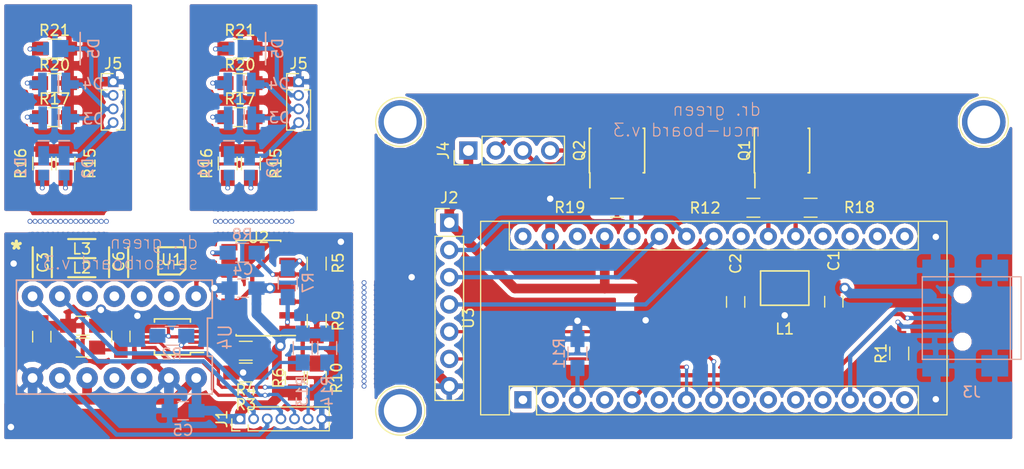
<source format=kicad_pcb>
(kicad_pcb (version 4) (host pcbnew 4.0.7-e2-6376~58~ubuntu16.04.1)
  (layers (0 F.Cu signal) (31 B.Cu signal) (34 B.Paste user) (35 F.Paste user) (36 B.SilkS user) (37 F.SilkS user) (38 B.Mask user) (39 F.Mask user) (44 Edge.Cuts user))
  (net 0 "")
  (net 1 VDD)
  (net 2 GND)
  (net 3 +5V)
  (net 4 "Net-(D1-Pad2)")
  (net 5 "Net-(D3-Pad2)")
  (net 6 "Net-(D5-Pad2)")
  (net 7 /LED1_PWM)
  (net 8 /SENSOR_START)
  (net 9 /SENSOR_CLK)
  (net 10 /SENSOR_TRIG)
  (net 11 /SENSOR_VIDEO)
  (net 12 /USB_DM)
  (net 13 /USB_DP)
  (net 14 "Net-(J3-Pad4)")
  (net 15 /LED3_PWM)
  (net 16 /LED2_PWM)
  (net 17 "Net-(R2-Pad2)")
  (net 18 "Net-(R3-Pad2)")
  (net 19 /VIDEO_OUT)
  (net 20 "Net-(R5-Pad1)")
  (net 21 "Net-(R5-Pad2)")
  (net 22 "Net-(R10-Pad2)")
  (net 23 "Net-(R7-Pad2)")
  (net 24 "Net-(R8-Pad1)")
  (net 25 "Net-(R8-Pad2)")
  (net 26 "Net-(R11-Pad2)")
  (net 27 /SCL)
  (net 28 /SDA)
  (net 29 "Net-(U3-Pad1)")
  (net 30 "Net-(U3-Pad17)")
  (net 31 "Net-(U3-Pad2)")
  (net 32 "Net-(U3-Pad18)")
  (net 33 "Net-(U3-Pad19)")
  (net 34 "Net-(U3-Pad4)")
  (net 35 "Net-(U3-Pad6)")
  (net 36 "Net-(U3-Pad22)")
  (net 37 "Net-(U3-Pad9)")
  (net 38 "Net-(U3-Pad10)")
  (net 39 "Net-(U3-Pad11)")
  (net 40 "Net-(U3-Pad12)")
  (net 41 "Net-(U3-Pad28)")
  (net 42 "Net-(U3-Pad14)")
  (net 43 "Net-(U3-Pad30)")
  (net 44 "Net-(U3-Pad15)")
  (net 45 "Net-(U3-Pad16)")
  (net 46 "Net-(U4-Pad13)")
  (net 47 "Net-(U4-Pad12)")
  (net 48 "Net-(U4-Pad3)")
  (net 49 "Net-(U4-Pad11)")
  (net 50 "Net-(U4-Pad4)")
  (net 51 "Net-(U4-Pad10)")
  (net 52 "Net-(C6-Pad1)")
  (net 53 "Net-(C6-Pad2)")
  (net 54 "Net-(U1-Pad2)")
  (net 55 "Net-(Q1-Pad2)")
  (net 56 "Net-(Q1-Pad4)")
  (net 57 "Net-(Q2-Pad2)")
  (net 58 "Net-(Q2-Pad3)")
  (net 59 "Net-(Q2-Pad4)")
  (net 60 "Net-(Q2-Pad5)")
  (net 61 "Net-(Q2-Pad6)")
  (net 62 /LED1)
  (net 63 "Net-(D2-Pad2)")
  (net 64 /LED2)
  (net 65 "Net-(D4-Pad2)")
  (net 66 /LED3)
  (module vssop-10:VSSOP-10_3x3mm_Pitch0.5mm (layer F.Cu) (at 105.841 117.55068 180)
    (fp_text reference U1 (at 0.058 7.1896 180) (layer F.SilkS))
    (fp_text value ADS1115)
    (pad 1 smd rect (at -2.2 -1 180) (size 1.45 0.3) (layers F.Cu F.Paste F.Mask) (net 17 "Net-(R2-Pad2)") (clearance 0.01))
    (pad 2 smd rect (at -2.2 -0.5 180) (size 1.45 0.3) (layers F.Cu F.Paste F.Mask) (net 54 "Net-(U1-Pad2)") (clearance 0.01))
    (pad 3 smd rect (at -2.2 0 180) (size 1.45 0.3) (layers F.Cu F.Paste F.Mask) (net 52 "Net-(C6-Pad1)") (clearance 0.01))
    (pad 4 smd rect (at -2.2 0.5 180) (size 1.45 0.3) (layers F.Cu F.Paste F.Mask) (net 19 /VIDEO_OUT) (clearance 0.01))
    (pad 5 smd rect (at -2.2 1 180) (size 1.45 0.3) (layers F.Cu F.Paste F.Mask) (net 52 "Net-(C6-Pad1)") (clearance 0.01))
    (pad 6 smd rect (at 2.2 1 180) (size 1.45 0.3) (layers F.Cu F.Paste F.Mask) (net 52 "Net-(C6-Pad1)") (clearance 0.01))
    (pad 7 smd rect (at 2.2 0.5 180) (size 1.45 0.3) (layers F.Cu F.Paste F.Mask) (net 52 "Net-(C6-Pad1)") (clearance 0.01))
    (pad 8 smd rect (at 2.2 0 180) (size 1.45 0.3) (layers F.Cu F.Paste F.Mask) (net 53 "Net-(C6-Pad2)") (clearance 0.01))
    (pad 9 smd rect (at 2.2 -0.5 180) (size 1.45 0.3) (layers F.Cu F.Paste F.Mask) (net 28 /SDA) (clearance 0.01))
    (pad 10 smd rect (at 2.2 -1 180) (size 1.45 0.3) (layers F.Cu F.Paste F.Mask) (net 27 /SCL) (clearance 0.01))
  )
  (module led-ocu-400:LED-OCU-400 (layer B.Cu) (at 112.100501 94.01468)
    (fp_text reference D4 (at 3.639299 -0.0508) (layer B.SilkS) (effects (justify mirror)))
    (fp_text value LED)
    (pad 1 smd rect (at 1.5 0) (size 1.6 0.8) (layers B.Cu B.Paste B.Mask) (net 64 /LED2))
    (pad 1 smd rect (at 1.1 0) (size 0.8 2.2) (layers B.Cu B.Paste B.Mask) (net 64 /LED2))
    (pad 2 smd rect (at -1.1 0 180) (size 0.8 2.2) (layers B.Cu B.Paste B.Mask) (net 65 "Net-(D4-Pad2)"))
    (pad 2 smd rect (at -1.5 0 180) (size 1.6 0.8) (layers B.Cu B.Paste B.Mask) (net 65 "Net-(D4-Pad2)"))
  )
  (module sfh4776:SFH4776_footprint (layer B.Cu) (at 112.420214 90.669572 90)
    (fp_text reference D5 (at 0.007692 3.217986 90) (layer B.SilkS) (effects (justify mirror)))
    (fp_text value LED)
    (pad 1 smd rect (at 0 1.25 90) (size 0.6 0.7) (layers B.Cu B.Paste B.Mask) (net 66 /LED3))
    (pad 1 smd rect (at 0 0.45 90) (size 1.6 1.1) (layers B.Cu B.Paste B.Mask) (net 66 /LED3))
    (pad 1 smd rect (at 0 -0.25 90) (size 2.8 0.5) (layers B.Cu B.Paste B.Mask) (net 66 /LED3))
    (pad 2 smd rect (at 0 -1.075 90) (size 1.2 0.55) (layers B.Cu B.Paste B.Mask) (net 6 "Net-(D5-Pad2)"))
    (pad 2 smd rect (at 0 -1.6 90) (size 0.6 0.7) (layers B.Cu B.Paste B.Mask) (net 6 "Net-(D5-Pad2)"))
  )
  (module gw-jclps2:GW-JCLPS2.CM (layer B.Cu) (at 113.022 101.76168 270)
    (fp_text reference D2 (at 0 -2.159 270) (layer B.SilkS) (effects (justify mirror)))
    (fp_text value LED)
    (pad 1 smd rect (at -1.1 0 270) (size 1.8 1) (layers B.Cu B.Paste B.Mask) (net 62 /LED1))
    (pad 2 smd rect (at 0.7 0 270) (size 1 1) (layers B.Cu B.Paste B.Mask) (net 63 "Net-(D2-Pad2)"))
  )
  (module gw-jclps2:GW-JCLPS2.CM (layer B.Cu) (at 111.117 101.76168 270)
    (fp_text reference D1 (at 0.0762 2.3368 270) (layer B.SilkS) (effects (justify mirror)))
    (fp_text value LED)
    (pad 1 smd rect (at -1.1 0 270) (size 1.8 1) (layers B.Cu B.Paste B.Mask) (net 62 /LED1))
    (pad 2 smd rect (at 0.7 0 270) (size 1 1) (layers B.Cu B.Paste B.Mask) (net 4 "Net-(D1-Pad2)"))
  )
  (module led-ocu-400:LED-OCU-400 (layer B.Cu) (at 112.133 97.16568)
    (fp_text reference D3 (at 3.6576 -0.0522) (layer B.SilkS) (effects (justify mirror)))
    (fp_text value LED)
    (pad 1 smd rect (at 1.5 0) (size 1.6 0.8) (layers B.Cu B.Paste B.Mask) (net 64 /LED2))
    (pad 1 smd rect (at 1.1 0) (size 0.8 2.2) (layers B.Cu B.Paste B.Mask) (net 64 /LED2))
    (pad 2 smd rect (at -1.1 0 180) (size 0.8 2.2) (layers B.Cu B.Paste B.Mask) (net 5 "Net-(D3-Pad2)"))
    (pad 2 smd rect (at -1.5 0 180) (size 1.6 0.8) (layers B.Cu B.Paste B.Mask) (net 5 "Net-(D3-Pad2)"))
  )
  (module Pin_Headers:Pin_Header_Straight_1x04_Pitch1.27mm (layer F.Cu) (at 117.594 93.76068)
    (fp_text reference J5 (at 0 -1.695) (layer F.SilkS))
    (fp_text value Conn_01x04)
    (pad 1 thru_hole rect (at 0 0) (size 1 1) (drill 0.65) (layers *.Cu *.Mask) (net 3 +5V))
    (pad 2 thru_hole oval (at 0 1.27) (size 1 1) (drill 0.65) (layers *.Cu *.Mask) (net 66 /LED3))
    (pad 3 thru_hole oval (at 0 2.54) (size 1 1) (drill 0.65) (layers *.Cu *.Mask) (net 64 /LED2))
    (pad 4 thru_hole oval (at 0 3.81) (size 1 1) (drill 0.65) (layers *.Cu *.Mask) (net 62 /LED1))
  )
  (module Resistors_SMD:R_0805_HandSoldering (layer F.Cu) (at 112.133 97.06268)
    (fp_text reference R17 (at 0 -1.7) (layer F.SilkS))
    (fp_text value R)
    (pad 1 smd rect (at -1.35 0) (size 1.5 1.3) (layers F.Cu F.Paste F.Mask) (net 5 "Net-(D3-Pad2)"))
    (pad 2 smd rect (at 1.35 0) (size 1.5 1.3) (layers F.Cu F.Paste F.Mask) (net 3 +5V))
  )
  (module Resistors_SMD:R_0805_HandSoldering (layer F.Cu) (at 110.99 101.38068 90)
    (fp_text reference R16 (at 0 -1.9558 90) (layer F.SilkS))
    (fp_text value R)
    (pad 1 smd rect (at -1.35 0 90) (size 1.5 1.3) (layers F.Cu F.Paste F.Mask) (net 4 "Net-(D1-Pad2)"))
    (pad 2 smd rect (at 1.35 0 90) (size 1.5 1.3) (layers F.Cu F.Paste F.Mask) (net 3 +5V))
  )
  (module Resistors_SMD:R_0805_HandSoldering (layer F.Cu) (at 113.149 101.38068 90)
    (fp_text reference R15 (at 0 2.3368 90) (layer F.SilkS))
    (fp_text value R)
    (pad 1 smd rect (at -1.35 0 90) (size 1.5 1.3) (layers F.Cu F.Paste F.Mask) (net 63 "Net-(D2-Pad2)"))
    (pad 2 smd rect (at 1.35 0 90) (size 1.5 1.3) (layers F.Cu F.Paste F.Mask) (net 3 +5V))
  )
  (module Resistors_SMD:R_0805_HandSoldering (layer F.Cu) (at 112.133 93.88768)
    (fp_text reference R20 (at 0 -1.7) (layer F.SilkS))
    (fp_text value R)
    (pad 1 smd rect (at -1.35 0) (size 1.5 1.3) (layers F.Cu F.Paste F.Mask) (net 65 "Net-(D4-Pad2)"))
    (pad 2 smd rect (at 1.35 0) (size 1.5 1.3) (layers F.Cu F.Paste F.Mask) (net 3 +5V))
  )
  (module Resistors_SMD:R_0805_HandSoldering (layer F.Cu) (at 112.133 90.669572)
    (fp_text reference R21 (at 0 -1.7) (layer F.SilkS))
    (fp_text value R)
    (pad 1 smd rect (at -1.35 0) (size 1.5 1.3) (layers F.Cu F.Paste F.Mask) (net 6 "Net-(D5-Pad2)"))
    (pad 2 smd rect (at 1.35 0) (size 1.5 1.3) (layers F.Cu F.Paste F.Mask) (net 3 +5V))
  )
  (module Connectors:1pin (layer F.Cu) (at 127.057 124.43268)
    (fp_text reference REF** hide)
    (fp_text value 1pin)
    (pad 1 thru_hole circle (at 0 0) (size 4.064 4.064) (drill 3.048) (layers *.Cu *.Mask))
  )
  (module Connectors:1pin (layer F.Cu) (at 127.057 97.50868)
    (fp_text reference REF** hide)
    (fp_text value 1pin)
    (pad 1 thru_hole circle (at 0 0) (size 4.064 4.064) (drill 3.048) (layers *.Cu *.Mask))
  )
  (module Modules:Arduino_Nano (layer F.Cu) (at 138.487 123.41668 90)
    (fp_text reference U3 (at 7.62 -5.08 90) (layer F.SilkS))
    (fp_text value NUCLEO-L432KC)
    (pad 1 thru_hole rect (at 0 0 90) (size 1.6 1.6) (drill 0.8) (layers *.Cu *.Mask) (net 29 "Net-(U3-Pad1)"))
    (pad 17 thru_hole oval (at 15.24 33.02 90) (size 1.6 1.6) (drill 0.8) (layers *.Cu *.Mask) (net 30 "Net-(U3-Pad17)"))
    (pad 2 thru_hole oval (at 0 2.54 90) (size 1.6 1.6) (drill 0.8) (layers *.Cu *.Mask) (net 31 "Net-(U3-Pad2)"))
    (pad 18 thru_hole oval (at 15.24 30.48 90) (size 1.6 1.6) (drill 0.8) (layers *.Cu *.Mask) (net 32 "Net-(U3-Pad18)"))
    (pad 3 thru_hole oval (at 0 5.08 90) (size 1.6 1.6) (drill 0.8) (layers *.Cu *.Mask) (net 26 "Net-(R11-Pad2)"))
    (pad 19 thru_hole oval (at 15.24 27.94 90) (size 1.6 1.6) (drill 0.8) (layers *.Cu *.Mask) (net 33 "Net-(U3-Pad19)"))
    (pad 4 thru_hole oval (at 0 7.62 90) (size 1.6 1.6) (drill 0.8) (layers *.Cu *.Mask) (net 34 "Net-(U3-Pad4)"))
    (pad 20 thru_hole oval (at 15.24 25.4 90) (size 1.6 1.6) (drill 0.8) (layers *.Cu *.Mask) (net 16 /LED2_PWM))
    (pad 5 thru_hole oval (at 0 10.16 90) (size 1.6 1.6) (drill 0.8) (layers *.Cu *.Mask) (net 13 /USB_DP))
    (pad 21 thru_hole oval (at 15.24 22.86 90) (size 1.6 1.6) (drill 0.8) (layers *.Cu *.Mask) (net 7 /LED1_PWM))
    (pad 6 thru_hole oval (at 0 12.7 90) (size 1.6 1.6) (drill 0.8) (layers *.Cu *.Mask) (net 35 "Net-(U3-Pad6)"))
    (pad 22 thru_hole oval (at 15.24 20.32 90) (size 1.6 1.6) (drill 0.8) (layers *.Cu *.Mask) (net 36 "Net-(U3-Pad22)"))
    (pad 7 thru_hole oval (at 0 15.24 90) (size 1.6 1.6) (drill 0.8) (layers *.Cu *.Mask) (net 28 /SDA))
    (pad 23 thru_hole oval (at 15.24 17.78 90) (size 1.6 1.6) (drill 0.8) (layers *.Cu *.Mask) (net 10 /SENSOR_TRIG))
    (pad 8 thru_hole oval (at 0 17.78 90) (size 1.6 1.6) (drill 0.8) (layers *.Cu *.Mask) (net 27 /SCL))
    (pad 24 thru_hole oval (at 15.24 15.24 90) (size 1.6 1.6) (drill 0.8) (layers *.Cu *.Mask) (net 8 /SENSOR_START))
    (pad 9 thru_hole oval (at 0 20.32 90) (size 1.6 1.6) (drill 0.8) (layers *.Cu *.Mask) (net 37 "Net-(U3-Pad9)"))
    (pad 25 thru_hole oval (at 15.24 12.7 90) (size 1.6 1.6) (drill 0.8) (layers *.Cu *.Mask) (net 9 /SENSOR_CLK))
    (pad 10 thru_hole oval (at 0 22.86 90) (size 1.6 1.6) (drill 0.8) (layers *.Cu *.Mask) (net 38 "Net-(U3-Pad10)"))
    (pad 26 thru_hole oval (at 15.24 10.16 90) (size 1.6 1.6) (drill 0.8) (layers *.Cu *.Mask) (net 15 /LED3_PWM))
    (pad 11 thru_hole oval (at 0 25.4 90) (size 1.6 1.6) (drill 0.8) (layers *.Cu *.Mask) (net 39 "Net-(U3-Pad11)"))
    (pad 27 thru_hole oval (at 15.24 7.62 90) (size 1.6 1.6) (drill 0.8) (layers *.Cu *.Mask) (net 3 +5V))
    (pad 12 thru_hole oval (at 0 27.94 90) (size 1.6 1.6) (drill 0.8) (layers *.Cu *.Mask) (net 40 "Net-(U3-Pad12)"))
    (pad 28 thru_hole oval (at 15.24 5.08 90) (size 1.6 1.6) (drill 0.8) (layers *.Cu *.Mask) (net 41 "Net-(U3-Pad28)"))
    (pad 13 thru_hole oval (at 0 30.48 90) (size 1.6 1.6) (drill 0.8) (layers *.Cu *.Mask) (net 12 /USB_DM))
    (pad 29 thru_hole oval (at 15.24 2.54 90) (size 1.6 1.6) (drill 0.8) (layers *.Cu *.Mask) (net 2 GND))
    (pad 14 thru_hole oval (at 0 33.02 90) (size 1.6 1.6) (drill 0.8) (layers *.Cu *.Mask) (net 42 "Net-(U3-Pad14)"))
    (pad 30 thru_hole oval (at 15.24 0 90) (size 1.6 1.6) (drill 0.8) (layers *.Cu *.Mask) (net 43 "Net-(U3-Pad30)"))
    (pad 15 thru_hole oval (at 0 35.56 90) (size 1.6 1.6) (drill 0.8) (layers *.Cu *.Mask) (net 44 "Net-(U3-Pad15)"))
    (pad 16 thru_hole oval (at 15.24 35.56 90) (size 1.6 1.6) (drill 0.8) (layers *.Cu *.Mask) (net 45 "Net-(U3-Pad16)"))
  )
  (module c12880ma_socket:DIP-14_0 (layer B.Cu) (at 100.433 117.57468 180)
    (fp_text reference U4 (at -10.32 0 450) (layer B.SilkS) (effects (font (size 1.2 1.2)) (justify mirror)))
    (fp_text value C12880MA)
    (pad 14 thru_hole circle (at -7.62 3.81 180) (size 2 2) (drill 0.9) (layers *.Cu *.Mask) (net 11 /SENSOR_VIDEO))
    (pad 1 thru_hole circle (at -7.62 -3.81 180) (size 2 2) (drill 0.9) (layers *.Cu *.Mask) (net 3 +5V))
    (pad 13 thru_hole circle (at -5.08 3.81 180) (size 2 2) (drill 0.9) (layers *.Cu *.Mask) (net 46 "Net-(U4-Pad13)"))
    (pad 2 thru_hole circle (at -5.08 -3.81 180) (size 2 2) (drill 0.9) (layers *.Cu *.Mask) (net 2 GND))
    (pad 12 thru_hole circle (at -2.54 3.81 180) (size 2 2) (drill 0.9) (layers *.Cu *.Mask) (net 47 "Net-(U4-Pad12)"))
    (pad 3 thru_hole circle (at -2.54 -3.81 180) (size 2 2) (drill 0.9) (layers *.Cu *.Mask) (net 48 "Net-(U4-Pad3)"))
    (pad 11 thru_hole circle (at 0 3.81 180) (size 2 2) (drill 0.9) (layers *.Cu *.Mask) (net 49 "Net-(U4-Pad11)"))
    (pad 4 thru_hole circle (at 0 -3.81 180) (size 2 2) (drill 0.9) (layers *.Cu *.Mask) (net 50 "Net-(U4-Pad4)"))
    (pad 10 thru_hole circle (at 2.54 3.81 180) (size 2 2) (drill 0.9) (layers *.Cu *.Mask) (net 51 "Net-(U4-Pad10)"))
    (pad 5 thru_hole circle (at 2.54 -3.81 180) (size 2 2) (drill 0.9) (layers *.Cu *.Mask) (net 3 +5V))
    (pad 9 thru_hole circle (at 5.08 3.81 180) (size 2 2) (drill 0.9) (layers *.Cu *.Mask) (net 10 /SENSOR_TRIG))
    (pad 6 thru_hole circle (at 5.08 -3.81 180) (size 2 2) (drill 0.9) (layers *.Cu *.Mask) (net 9 /SENSOR_CLK))
    (pad 8 thru_hole circle (at 7.62 3.81 180) (size 2 2) (drill 0.9) (layers *.Cu *.Mask) (net 8 /SENSOR_START))
    (pad 7 thru_hole circle (at 7.62 -3.81 180) (size 2 2) (drill 0.9) (layers *.Cu *.Mask) (net 2 GND))
  )
  (module Capacitors_SMD:C_0805_HandSoldering (layer F.Cu) (at 167.443 114.27268 270)
    (fp_text reference C1 (at -3.81 0 270) (layer F.SilkS))
    (fp_text value 10u)
    (pad 1 smd rect (at -1.25 0 270) (size 1.5 1.25) (layers F.Cu F.Paste F.Mask) (net 1 VDD))
    (pad 2 smd rect (at 1.25 0 270) (size 1.5 1.25) (layers F.Cu F.Paste F.Mask) (net 2 GND))
  )
  (module Capacitors_SMD:C_0805_HandSoldering (layer F.Cu) (at 158.299 114.29268 270)
    (fp_text reference C2 (at -3.576 0 270) (layer F.SilkS))
    (fp_text value 10u)
    (pad 1 smd rect (at -1.25 0 270) (size 1.5 1.25) (layers F.Cu F.Paste F.Mask) (net 3 +5V))
    (pad 2 smd rect (at 1.25 0 270) (size 1.5 1.25) (layers F.Cu F.Paste F.Mask) (net 2 GND))
  )
  (module Capacitors_SMD:C_0805_HandSoldering (layer F.Cu) (at 93.671 117.52937 90)
    (fp_text reference C3 (at 6.91429 0.1232 90) (layer F.SilkS))
    (fp_text value 1u)
    (pad 1 smd rect (at -1.25 0 90) (size 1.5 1.25) (layers F.Cu F.Paste F.Mask) (net 3 +5V))
    (pad 2 smd rect (at 1.25 0 90) (size 1.5 1.25) (layers F.Cu F.Paste F.Mask) (net 2 GND))
  )
  (module Capacitors_SMD:C_0805_HandSoldering (layer B.Cu) (at 112.419 113.00268 180)
    (fp_text reference C4 (at 0 1.75 180) (layer B.SilkS) (effects (justify mirror)))
    (fp_text value 100n)
    (pad 1 smd rect (at -1.25 0 180) (size 1.5 1.25) (layers B.Cu B.Paste B.Mask) (net 3 +5V))
    (pad 2 smd rect (at 1.25 0 180) (size 1.5 1.25) (layers B.Cu B.Paste B.Mask) (net 2 GND))
  )
  (module Capacitors_SMD:C_0805_HandSoldering (layer B.Cu) (at 106.831 124.43268 180)
    (fp_text reference C5 (at 0 -1.8288 180) (layer B.SilkS) (effects (justify mirror)))
    (fp_text value 100n)
    (pad 1 smd rect (at -1.25 0 180) (size 1.5 1.25) (layers B.Cu B.Paste B.Mask) (net 3 +5V))
    (pad 2 smd rect (at 1.25 0 180) (size 1.5 1.25) (layers B.Cu B.Paste B.Mask) (net 2 GND))
  )
  (module gw-jclps2:GW-JCLPS2.CM (layer B.Cu) (at 93.845 101.76168 270)
    (fp_text reference D1 (at -0.0254 2.1336 270) (layer B.SilkS) (effects (justify mirror)))
    (fp_text value LED)
    (pad 1 smd rect (at -1.1 0 270) (size 1.8 1) (layers B.Cu B.Paste B.Mask) (net 62 /LED1))
    (pad 2 smd rect (at 0.7 0 270) (size 1 1) (layers B.Cu B.Paste B.Mask) (net 4 "Net-(D1-Pad2)"))
  )
  (module gw-jclps2:GW-JCLPS2.CM (layer B.Cu) (at 95.75 101.76168 270)
    (fp_text reference D2 (at 0.0762 -2.2098 270) (layer B.SilkS) (effects (justify mirror)))
    (fp_text value LED)
    (pad 1 smd rect (at -1.1 0 270) (size 1.8 1) (layers B.Cu B.Paste B.Mask) (net 62 /LED1))
    (pad 2 smd rect (at 0.7 0 270) (size 1 1) (layers B.Cu B.Paste B.Mask) (net 63 "Net-(D2-Pad2)"))
  )
  (module sfh4776:SFH4776_footprint (layer B.Cu) (at 95.148214 90.669572 90)
    (fp_text reference D5 (at 0.007692 3.370386 90) (layer B.SilkS) (effects (justify mirror)))
    (fp_text value LED)
    (pad 1 smd rect (at 0 1.25 90) (size 0.6 0.7) (layers B.Cu B.Paste B.Mask) (net 66 /LED3))
    (pad 1 smd rect (at 0 0.45 90) (size 1.6 1.1) (layers B.Cu B.Paste B.Mask) (net 66 /LED3))
    (pad 1 smd rect (at 0 -0.25 90) (size 2.8 0.5) (layers B.Cu B.Paste B.Mask) (net 66 /LED3))
    (pad 2 smd rect (at 0 -1.075 90) (size 1.2 0.55) (layers B.Cu B.Paste B.Mask) (net 6 "Net-(D5-Pad2)"))
    (pad 2 smd rect (at 0 -1.6 90) (size 0.6 0.7) (layers B.Cu B.Paste B.Mask) (net 6 "Net-(D5-Pad2)"))
  )
  (module Connectors:USB_Mini-B (layer B.Cu) (at 179.635 115.79668 180)
    (fp_text reference J3 (at -0.65 -6.9 180) (layer B.SilkS) (effects (justify mirror)))
    (fp_text value USB_OTG)
    (pad 1 smd rect (at 2.8 1.6 180) (size 2.3 0.5) (layers B.Cu B.Paste B.Mask) (net 1 VDD))
    (pad 2 smd rect (at 2.8 0.8 180) (size 2.3 0.5) (layers B.Cu B.Paste B.Mask) (net 12 /USB_DM))
    (pad 3 smd rect (at 2.8 0 180) (size 2.3 0.5) (layers B.Cu B.Paste B.Mask) (net 13 /USB_DP))
    (pad 4 smd rect (at 2.8 -0.8 180) (size 2.3 0.5) (layers B.Cu B.Paste B.Mask) (net 14 "Net-(J3-Pad4)"))
    (pad 5 smd rect (at 2.8 -1.6 180) (size 2.3 0.5) (layers B.Cu B.Paste B.Mask) (net 2 GND))
    (pad 6 smd rect (at 2.7 4.45 180) (size 2.5 2) (layers B.Cu B.Paste B.Mask) (net 2 GND))
    (pad 6 smd rect (at -2.8 4.45 180) (size 2.5 2) (layers B.Cu B.Paste B.Mask) (net 2 GND))
    (pad 6 smd rect (at 2.7 -4.45 180) (size 2.5 2) (layers B.Cu B.Paste B.Mask) (net 2 GND))
    (pad 6 smd rect (at -2.8 -4.45 180) (size 2.5 2) (layers B.Cu B.Paste B.Mask) (net 2 GND))
    (pad "" np_thru_hole circle (at 0.2 2.2 180) (size 0.9 0.9) (drill 0.9) (layers *.Cu *.Mask))
    (pad "" np_thru_hole circle (at 0.2 -2.2 180) (size 0.9 0.9) (drill 0.9) (layers *.Cu *.Mask))
  )
  (module Inductors_SMD:L_0805_HandSoldering (layer F.Cu) (at 97.481 118.54537)
    (fp_text reference L2 (at -0.08 -7.42229) (layer F.SilkS))
    (fp_text value Ferrite_Bead)
    (pad 1 smd rect (at -1.35 0) (size 1.5 1.3) (layers F.Cu F.Paste F.Mask) (net 3 +5V))
    (pad 2 smd rect (at 1.35 0) (size 1.5 1.3) (layers F.Cu F.Paste F.Mask) (net 53 "Net-(C6-Pad2)"))
  )
  (module Inductors_SMD:L_0805_HandSoldering (layer F.Cu) (at 97.481 116.51337 180)
    (fp_text reference L3 (at 0.08 7.16829 180) (layer F.SilkS))
    (fp_text value Ferrite_Bead)
    (pad 1 smd rect (at -1.35 0 180) (size 1.5 1.3) (layers F.Cu F.Paste F.Mask) (net 52 "Net-(C6-Pad1)"))
    (pad 2 smd rect (at 1.35 0 180) (size 1.5 1.3) (layers F.Cu F.Paste F.Mask) (net 2 GND))
  )
  (module Resistors_SMD:R_0805_HandSoldering (layer F.Cu) (at 173.539 119.09868 90)
    (fp_text reference R1 (at 0 -1.7 90) (layer F.SilkS))
    (fp_text value 100k)
    (pad 1 smd rect (at -1.35 0 90) (size 1.5 1.3) (layers F.Cu F.Paste F.Mask) (net 2 GND))
    (pad 2 smd rect (at 1.35 0 90) (size 1.5 1.3) (layers F.Cu F.Paste F.Mask) (net 14 "Net-(J3-Pad4)"))
  )
  (module Resistors_SMD:R_0805_HandSoldering (layer B.Cu) (at 105.783 117.44768)
    (fp_text reference R2 (at 0 1.7) (layer B.SilkS) (effects (justify mirror)))
    (fp_text value 10k)
    (pad 1 smd rect (at -1.35 0) (size 1.5 1.3) (layers B.Cu B.Paste B.Mask) (net 52 "Net-(C6-Pad1)"))
    (pad 2 smd rect (at 1.35 0) (size 1.5 1.3) (layers B.Cu B.Paste B.Mask) (net 17 "Net-(R2-Pad2)"))
  )
  (module Resistors_SMD:R_0805_HandSoldering (layer F.Cu) (at 112.673 120.87668)
    (fp_text reference R3 (at 0 2.9972) (layer F.SilkS))
    (fp_text value 100k)
    (pad 1 smd rect (at -1.35 0) (size 1.5 1.3) (layers F.Cu F.Paste F.Mask) (net 2 GND))
    (pad 2 smd rect (at 1.35 0) (size 1.5 1.3) (layers F.Cu F.Paste F.Mask) (net 18 "Net-(R3-Pad2)"))
  )
  (module Resistors_SMD:R_0805_HandSoldering (layer F.Cu) (at 112.673 118.84468 180)
    (fp_text reference R4 (at -0.0188 -3.6576 180) (layer F.SilkS))
    (fp_text value 18k)
    (pad 1 smd rect (at -1.35 0 180) (size 1.5 1.3) (layers F.Cu F.Paste F.Mask) (net 18 "Net-(R3-Pad2)"))
    (pad 2 smd rect (at 1.35 0 180) (size 1.5 1.3) (layers F.Cu F.Paste F.Mask) (net 19 /VIDEO_OUT))
  )
  (module Resistors_SMD:R_0805_HandSoldering (layer F.Cu) (at 119.277 110.71668 90)
    (fp_text reference R5 (at 0.0508 2 90) (layer F.SilkS))
    (fp_text value 1k)
    (pad 1 smd rect (at -1.35 0 90) (size 1.5 1.3) (layers F.Cu F.Paste F.Mask) (net 20 "Net-(R5-Pad1)"))
    (pad 2 smd rect (at 1.35 0 90) (size 1.5 1.3) (layers F.Cu F.Paste F.Mask) (net 21 "Net-(R5-Pad2)"))
  )
  (module Resistors_SMD:R_0805_HandSoldering (layer F.Cu) (at 117.245 121.38468 270)
    (fp_text reference R6 (at 0 1.5052 270) (layer F.SilkS))
    (fp_text value 100k)
    (pad 1 smd rect (at -1.35 0 270) (size 1.5 1.3) (layers F.Cu F.Paste F.Mask) (net 22 "Net-(R10-Pad2)"))
    (pad 2 smd rect (at 1.35 0 270) (size 1.5 1.3) (layers F.Cu F.Paste F.Mask) (net 3 +5V))
  )
  (module Resistors_SMD:R_0805_HandSoldering (layer B.Cu) (at 116.578 112.49468 270)
    (fp_text reference R7 (at 0 -1.905 270) (layer B.SilkS) (effects (justify mirror)))
    (fp_text value 1k)
    (pad 1 smd rect (at -1.35 0 270) (size 1.5 1.3) (layers B.Cu B.Paste B.Mask) (net 20 "Net-(R5-Pad1)"))
    (pad 2 smd rect (at 1.35 0 270) (size 1.5 1.3) (layers B.Cu B.Paste B.Mask) (net 23 "Net-(R7-Pad2)"))
  )
  (module Resistors_SMD:R_0805_HandSoldering (layer B.Cu) (at 112.339 109.70068 180)
    (fp_text reference R8 (at 0 1.7 180) (layer B.SilkS) (effects (justify mirror)))
    (fp_text value 1k)
    (pad 1 smd rect (at -1.35 0 180) (size 1.5 1.3) (layers B.Cu B.Paste B.Mask) (net 24 "Net-(R8-Pad1)"))
    (pad 2 smd rect (at 1.35 0 180) (size 1.5 1.3) (layers B.Cu B.Paste B.Mask) (net 25 "Net-(R8-Pad2)"))
  )
  (module Resistors_SMD:R_0805_HandSoldering (layer F.Cu) (at 119.277 116.05068 90)
    (fp_text reference R9 (at 0 2 90) (layer F.SilkS))
    (fp_text value 1k)
    (pad 1 smd rect (at -1.35 0 90) (size 1.5 1.3) (layers F.Cu F.Paste F.Mask) (net 2 GND))
    (pad 2 smd rect (at 1.35 0 90) (size 1.5 1.3) (layers F.Cu F.Paste F.Mask) (net 24 "Net-(R8-Pad1)"))
  )
  (module Resistors_SMD:R_0805_HandSoldering (layer F.Cu) (at 119.277 121.38468 90)
    (fp_text reference R10 (at 0 1.8476 90) (layer F.SilkS))
    (fp_text value 18k)
    (pad 1 smd rect (at -1.35 0 90) (size 1.5 1.3) (layers F.Cu F.Paste F.Mask) (net 2 GND))
    (pad 2 smd rect (at 1.35 0 90) (size 1.5 1.3) (layers F.Cu F.Paste F.Mask) (net 22 "Net-(R10-Pad2)"))
  )
  (module Resistors_SMD:R_0805_HandSoldering (layer B.Cu) (at 143.567 119.09868 270)
    (fp_text reference R11 (at 0 1.7 270) (layer B.SilkS) (effects (justify mirror)))
    (fp_text value 10k)
    (pad 1 smd rect (at -1.35 0 270) (size 1.5 1.3) (layers B.Cu B.Paste B.Mask) (net 2 GND))
    (pad 2 smd rect (at 1.35 0 270) (size 1.5 1.3) (layers B.Cu B.Paste B.Mask) (net 26 "Net-(R11-Pad2)"))
  )
  (module Resistors_SMD:R_0805_HandSoldering (layer B.Cu) (at 117.975 118.59068 90)
    (fp_text reference R13 (at -4.0132 -0.0508 90) (layer B.SilkS) (effects (justify mirror)))
    (fp_text value 10k)
    (pad 1 smd rect (at -1.35 0 90) (size 1.5 1.3) (layers B.Cu B.Paste B.Mask) (net 27 /SCL))
    (pad 2 smd rect (at 1.35 0 90) (size 1.5 1.3) (layers B.Cu B.Paste B.Mask) (net 3 +5V))
  )
  (module Resistors_SMD:R_0805_HandSoldering (layer B.Cu) (at 120.261 118.59068 90)
    (fp_text reference R14 (at -4.0132 0 90) (layer B.SilkS) (effects (justify mirror)))
    (fp_text value 10k)
    (pad 1 smd rect (at -1.35 0 90) (size 1.5 1.3) (layers B.Cu B.Paste B.Mask) (net 28 /SDA))
    (pad 2 smd rect (at 1.35 0 90) (size 1.5 1.3) (layers B.Cu B.Paste B.Mask) (net 3 +5V))
  )
  (module Housings_SOIC:SOIC-14_3.9x8.7mm_Pitch1.27mm (layer F.Cu) (at 113.849 113.00268 180)
    (fp_text reference U2 (at 0 4.7244 180) (layer F.SilkS))
    (fp_text value MCP6004)
    (pad 1 smd rect (at -2.7 -3.81 180) (size 1.5 0.6) (layers F.Cu F.Paste F.Mask) (net 23 "Net-(R7-Pad2)"))
    (pad 2 smd rect (at -2.7 -2.54 180) (size 1.5 0.6) (layers F.Cu F.Paste F.Mask) (net 23 "Net-(R7-Pad2)"))
    (pad 3 smd rect (at -2.7 -1.27 180) (size 1.5 0.6) (layers F.Cu F.Paste F.Mask) (net 22 "Net-(R10-Pad2)"))
    (pad 4 smd rect (at -2.7 0 180) (size 1.5 0.6) (layers F.Cu F.Paste F.Mask) (net 3 +5V))
    (pad 5 smd rect (at -2.7 1.27 180) (size 1.5 0.6) (layers F.Cu F.Paste F.Mask) (net 24 "Net-(R8-Pad1)"))
    (pad 6 smd rect (at -2.7 2.54 180) (size 1.5 0.6) (layers F.Cu F.Paste F.Mask) (net 20 "Net-(R5-Pad1)"))
    (pad 7 smd rect (at -2.7 3.81 180) (size 1.5 0.6) (layers F.Cu F.Paste F.Mask) (net 21 "Net-(R5-Pad2)"))
    (pad 8 smd rect (at 2.7 3.81 180) (size 1.5 0.6) (layers F.Cu F.Paste F.Mask) (net 25 "Net-(R8-Pad2)"))
    (pad 9 smd rect (at 2.7 2.54 180) (size 1.5 0.6) (layers F.Cu F.Paste F.Mask) (net 25 "Net-(R8-Pad2)"))
    (pad 10 smd rect (at 2.7 1.27 180) (size 1.5 0.6) (layers F.Cu F.Paste F.Mask) (net 11 /SENSOR_VIDEO))
    (pad 11 smd rect (at 2.7 0 180) (size 1.5 0.6) (layers F.Cu F.Paste F.Mask) (net 2 GND))
    (pad 12 smd rect (at 2.7 -1.27 180) (size 1.5 0.6) (layers F.Cu F.Paste F.Mask) (net 21 "Net-(R5-Pad2)"))
    (pad 13 smd rect (at 2.7 -2.54 180) (size 1.5 0.6) (layers F.Cu F.Paste F.Mask) (net 18 "Net-(R3-Pad2)"))
    (pad 14 smd rect (at 2.7 -3.81 180) (size 1.5 0.6) (layers F.Cu F.Paste F.Mask) (net 19 /VIDEO_OUT))
  )
  (module we-744766920:WE-744766920 (layer F.Cu) (at 162.871 113.00268)
    (fp_text reference L1 (at 0 3.81) (layer F.SilkS))
    (fp_text value 100u)
    (pad 2 smd rect (at 1.9 0) (size 1.6 1.6) (layers F.Cu F.Paste F.Mask) (net 1 VDD))
    (pad 1 smd rect (at -1.9 0) (size 1.6 1.6) (layers F.Cu F.Paste F.Mask) (net 3 +5V))
  )
  (module Capacitors_SMD:C_0805_HandSoldering (layer F.Cu) (at 101.037 117.50937 270)
    (fp_text reference C6 (at -6.99589 0.1816 270) (layer F.SilkS))
    (fp_text value 1u)
    (pad 1 smd rect (at -1.25 0 270) (size 1.5 1.25) (layers F.Cu F.Paste F.Mask) (net 52 "Net-(C6-Pad1)"))
    (pad 2 smd rect (at 1.25 0 270) (size 1.5 1.25) (layers F.Cu F.Paste F.Mask) (net 53 "Net-(C6-Pad2)"))
  )
  (module Pin_Headers:Pin_Header_Straight_1x07_Pitch1.27mm (layer F.Cu) (at 112.133 125.19468 90)
    (fp_text reference J1 (at 0 -1.695 90) (layer F.SilkS))
    (fp_text value Conn_01x07)
    (pad 1 thru_hole rect (at 0 0 90) (size 1 1) (drill 0.65) (layers *.Cu *.Mask) (net 3 +5V))
    (pad 2 thru_hole oval (at 0 1.27 90) (size 1 1) (drill 0.65) (layers *.Cu *.Mask) (net 8 /SENSOR_START))
    (pad 3 thru_hole oval (at 0 2.54 90) (size 1 1) (drill 0.65) (layers *.Cu *.Mask) (net 9 /SENSOR_CLK))
    (pad 4 thru_hole oval (at 0 3.81 90) (size 1 1) (drill 0.65) (layers *.Cu *.Mask) (net 10 /SENSOR_TRIG))
    (pad 5 thru_hole oval (at 0 5.08 90) (size 1 1) (drill 0.65) (layers *.Cu *.Mask) (net 27 /SCL))
    (pad 6 thru_hole oval (at 0 6.35 90) (size 1 1) (drill 0.65) (layers *.Cu *.Mask) (net 28 /SDA))
    (pad 7 thru_hole oval (at 0 7.62 90) (size 1 1) (drill 0.65) (layers *.Cu *.Mask) (net 2 GND))
  )
  (module Resistors_SMD:R_0805_HandSoldering (layer F.Cu) (at 95.877 101.38068 90)
    (fp_text reference R15 (at 0 2.286 90) (layer F.SilkS))
    (fp_text value R)
    (pad 1 smd rect (at -1.35 0 90) (size 1.5 1.3) (layers F.Cu F.Paste F.Mask) (net 63 "Net-(D2-Pad2)"))
    (pad 2 smd rect (at 1.35 0 90) (size 1.5 1.3) (layers F.Cu F.Paste F.Mask) (net 3 +5V))
  )
  (module Resistors_SMD:R_0805_HandSoldering (layer F.Cu) (at 93.718 101.38068 90)
    (fp_text reference R16 (at 0 -2.0066 90) (layer F.SilkS))
    (fp_text value R)
    (pad 1 smd rect (at -1.35 0 90) (size 1.5 1.3) (layers F.Cu F.Paste F.Mask) (net 4 "Net-(D1-Pad2)"))
    (pad 2 smd rect (at 1.35 0 90) (size 1.5 1.3) (layers F.Cu F.Paste F.Mask) (net 3 +5V))
  )
  (module Resistors_SMD:R_0805_HandSoldering (layer F.Cu) (at 94.861 97.06268)
    (fp_text reference R17 (at 0 -1.7) (layer F.SilkS))
    (fp_text value R)
    (pad 1 smd rect (at -1.35 0) (size 1.5 1.3) (layers F.Cu F.Paste F.Mask) (net 5 "Net-(D3-Pad2)"))
    (pad 2 smd rect (at 1.35 0) (size 1.5 1.3) (layers F.Cu F.Paste F.Mask) (net 3 +5V))
  )
  (module Pin_Headers:Pin_Header_Straight_1x07_Pitch2.54mm (layer F.Cu) (at 131.629 106.90668)
    (fp_text reference J2 (at 0 -2.33) (layer F.SilkS))
    (fp_text value Conn_01x07)
    (pad 1 thru_hole rect (at 0 0) (size 1.7 1.7) (drill 1) (layers *.Cu *.Mask) (net 3 +5V))
    (pad 2 thru_hole oval (at 0 2.54) (size 1.7 1.7) (drill 1) (layers *.Cu *.Mask) (net 8 /SENSOR_START))
    (pad 3 thru_hole oval (at 0 5.08) (size 1.7 1.7) (drill 1) (layers *.Cu *.Mask) (net 9 /SENSOR_CLK))
    (pad 4 thru_hole oval (at 0 7.62) (size 1.7 1.7) (drill 1) (layers *.Cu *.Mask) (net 10 /SENSOR_TRIG))
    (pad 5 thru_hole oval (at 0 10.16) (size 1.7 1.7) (drill 1) (layers *.Cu *.Mask) (net 27 /SCL))
    (pad 6 thru_hole oval (at 0 12.7) (size 1.7 1.7) (drill 1) (layers *.Cu *.Mask) (net 28 /SDA))
    (pad 7 thru_hole oval (at 0 15.24) (size 1.7 1.7) (drill 1) (layers *.Cu *.Mask) (net 2 GND))
  )
  (module led-ocu-400:LED-OCU-400 (layer B.Cu) (at 94.861 97.16568)
    (fp_text reference D3 (at 3.6068 0.0494) (layer B.SilkS) (effects (justify mirror)))
    (fp_text value LED)
    (pad 1 smd rect (at 1.5 0) (size 1.6 0.8) (layers B.Cu B.Paste B.Mask) (net 64 /LED2))
    (pad 1 smd rect (at 1.1 0) (size 0.8 2.2) (layers B.Cu B.Paste B.Mask) (net 64 /LED2))
    (pad 2 smd rect (at -1.1 0 180) (size 0.8 2.2) (layers B.Cu B.Paste B.Mask) (net 5 "Net-(D3-Pad2)"))
    (pad 2 smd rect (at -1.5 0 180) (size 1.6 0.8) (layers B.Cu B.Paste B.Mask) (net 5 "Net-(D3-Pad2)"))
  )
  (module led-ocu-400:LED-OCU-400 (layer B.Cu) (at 94.828501 94.01468)
    (fp_text reference D4 (at 3.588499 -0.0508) (layer B.SilkS) (effects (justify mirror)))
    (fp_text value LED)
    (pad 1 smd rect (at 1.5 0) (size 1.6 0.8) (layers B.Cu B.Paste B.Mask) (net 64 /LED2))
    (pad 1 smd rect (at 1.1 0) (size 0.8 2.2) (layers B.Cu B.Paste B.Mask) (net 64 /LED2))
    (pad 2 smd rect (at -1.1 0 180) (size 0.8 2.2) (layers B.Cu B.Paste B.Mask) (net 65 "Net-(D4-Pad2)"))
    (pad 2 smd rect (at -1.5 0 180) (size 1.6 0.8) (layers B.Cu B.Paste B.Mask) (net 65 "Net-(D4-Pad2)"))
  )
  (module Housings_SOIC:SOIC-8_3.9x4.9mm_Pitch1.27mm (layer F.Cu) (at 162.617 100.17568 90)
    (fp_text reference Q1 (at 0 -3.5 90) (layer F.SilkS))
    (fp_text value IRF7311)
    (pad 1 smd rect (at -2.7 -1.905 90) (size 1.55 0.6) (layers F.Cu F.Paste F.Mask) (net 2 GND))
    (pad 2 smd rect (at -2.7 -0.635 90) (size 1.55 0.6) (layers F.Cu F.Paste F.Mask) (net 55 "Net-(Q1-Pad2)"))
    (pad 3 smd rect (at -2.7 0.635 90) (size 1.55 0.6) (layers F.Cu F.Paste F.Mask) (net 2 GND))
    (pad 4 smd rect (at -2.7 1.905 90) (size 1.55 0.6) (layers F.Cu F.Paste F.Mask) (net 56 "Net-(Q1-Pad4)"))
    (pad 5 smd rect (at 2.7 1.905 90) (size 1.55 0.6) (layers F.Cu F.Paste F.Mask) (net 64 /LED2))
    (pad 6 smd rect (at 2.7 0.635 90) (size 1.55 0.6) (layers F.Cu F.Paste F.Mask) (net 64 /LED2))
    (pad 7 smd rect (at 2.7 -0.635 90) (size 1.55 0.6) (layers F.Cu F.Paste F.Mask) (net 62 /LED1))
    (pad 8 smd rect (at 2.7 -1.905 90) (size 1.55 0.6) (layers F.Cu F.Paste F.Mask) (net 62 /LED1))
  )
  (module Housings_SOIC:SOIC-8_3.9x4.9mm_Pitch1.27mm (layer F.Cu) (at 147.25 100.17568 90)
    (fp_text reference Q2 (at 0 -3.5 90) (layer F.SilkS))
    (fp_text value IRF7311)
    (pad 1 smd rect (at -2.7 -1.905 90) (size 1.55 0.6) (layers F.Cu F.Paste F.Mask) (net 2 GND))
    (pad 2 smd rect (at -2.7 -0.635 90) (size 1.55 0.6) (layers F.Cu F.Paste F.Mask) (net 57 "Net-(Q2-Pad2)"))
    (pad 3 smd rect (at -2.7 0.635 90) (size 1.55 0.6) (layers F.Cu F.Paste F.Mask) (net 58 "Net-(Q2-Pad3)"))
    (pad 4 smd rect (at -2.7 1.905 90) (size 1.55 0.6) (layers F.Cu F.Paste F.Mask) (net 59 "Net-(Q2-Pad4)"))
    (pad 5 smd rect (at 2.7 1.905 90) (size 1.55 0.6) (layers F.Cu F.Paste F.Mask) (net 60 "Net-(Q2-Pad5)"))
    (pad 6 smd rect (at 2.7 0.635 90) (size 1.55 0.6) (layers F.Cu F.Paste F.Mask) (net 61 "Net-(Q2-Pad6)"))
    (pad 7 smd rect (at 2.7 -0.635 90) (size 1.55 0.6) (layers F.Cu F.Paste F.Mask) (net 66 /LED3))
    (pad 8 smd rect (at 2.7 -1.905 90) (size 1.55 0.6) (layers F.Cu F.Paste F.Mask) (net 66 /LED3))
  )
  (module Resistors_SMD:R_0805_HandSoldering (layer F.Cu) (at 159.95 105.50968)
    (fp_text reference R12 (at -4.4958 0.0254) (layer F.SilkS))
    (fp_text value 100)
    (pad 1 smd rect (at -1.35 0) (size 1.5 1.3) (layers F.Cu F.Paste F.Mask) (net 55 "Net-(Q1-Pad2)"))
    (pad 2 smd rect (at 1.35 0) (size 1.5 1.3) (layers F.Cu F.Paste F.Mask) (net 7 /LED1_PWM))
  )
  (module Resistors_SMD:R_0805_HandSoldering (layer F.Cu) (at 165.284 105.50968 180)
    (fp_text reference R18 (at -4.5466 0.0254 180) (layer F.SilkS))
    (fp_text value 100)
    (pad 1 smd rect (at -1.35 0 180) (size 1.5 1.3) (layers F.Cu F.Paste F.Mask) (net 56 "Net-(Q1-Pad4)"))
    (pad 2 smd rect (at 1.35 0 180) (size 1.5 1.3) (layers F.Cu F.Paste F.Mask) (net 16 /LED2_PWM))
  )
  (module Resistors_SMD:R_0805_HandSoldering (layer F.Cu) (at 147.25 105.50968)
    (fp_text reference R19 (at -4.3942 -0.0254) (layer F.SilkS))
    (fp_text value 100)
    (pad 1 smd rect (at -1.35 0) (size 1.5 1.3) (layers F.Cu F.Paste F.Mask) (net 57 "Net-(Q2-Pad2)"))
    (pad 2 smd rect (at 1.35 0) (size 1.5 1.3) (layers F.Cu F.Paste F.Mask) (net 15 /LED3_PWM))
  )
  (module Resistors_SMD:R_0805_HandSoldering (layer F.Cu) (at 94.861 93.88768)
    (fp_text reference R20 (at 0 -1.7) (layer F.SilkS))
    (fp_text value R)
    (pad 1 smd rect (at -1.35 0) (size 1.5 1.3) (layers F.Cu F.Paste F.Mask) (net 65 "Net-(D4-Pad2)"))
    (pad 2 smd rect (at 1.35 0) (size 1.5 1.3) (layers F.Cu F.Paste F.Mask) (net 3 +5V))
  )
  (module Resistors_SMD:R_0805_HandSoldering (layer F.Cu) (at 94.861 90.669572)
    (fp_text reference R21 (at 0 -1.7) (layer F.SilkS))
    (fp_text value R)
    (pad 1 smd rect (at -1.35 0) (size 1.5 1.3) (layers F.Cu F.Paste F.Mask) (net 6 "Net-(D5-Pad2)"))
    (pad 2 smd rect (at 1.35 0) (size 1.5 1.3) (layers F.Cu F.Paste F.Mask) (net 3 +5V))
  )
  (module Pin_Headers:Pin_Header_Straight_1x04_Pitch2.54mm (layer F.Cu) (at 133.407 100.17568 90)
    (fp_text reference J4 (at 0 -2.33 90) (layer F.SilkS))
    (fp_text value Conn_01x04)
    (pad 1 thru_hole rect (at 0 0 90) (size 1.7 1.7) (drill 1) (layers *.Cu *.Mask) (net 3 +5V))
    (pad 2 thru_hole oval (at 0 2.54 90) (size 1.7 1.7) (drill 1) (layers *.Cu *.Mask) (net 66 /LED3))
    (pad 3 thru_hole oval (at 0 5.08 90) (size 1.7 1.7) (drill 1) (layers *.Cu *.Mask) (net 64 /LED2))
    (pad 4 thru_hole oval (at 0 7.62 90) (size 1.7 1.7) (drill 1) (layers *.Cu *.Mask) (net 62 /LED1))
  )
  (module Pin_Headers:Pin_Header_Straight_1x04_Pitch1.27mm (layer F.Cu) (at 100.322 93.76068)
    (fp_text reference J5 (at 0 -1.695) (layer F.SilkS))
    (fp_text value Conn_01x04)
    (pad 1 thru_hole rect (at 0 0) (size 1 1) (drill 0.65) (layers *.Cu *.Mask) (net 3 +5V))
    (pad 2 thru_hole oval (at 0 1.27) (size 1 1) (drill 0.65) (layers *.Cu *.Mask) (net 66 /LED3))
    (pad 3 thru_hole oval (at 0 2.54) (size 1 1) (drill 0.65) (layers *.Cu *.Mask) (net 64 /LED2))
    (pad 4 thru_hole oval (at 0 3.81) (size 1 1) (drill 0.65) (layers *.Cu *.Mask) (net 62 /LED1))
  )
  (module Connectors:1pin (layer F.Cu) (at 181.413 97.50868)
    (fp_text reference REF** hide)
    (fp_text value 1pin)
    (pad 1 thru_hole circle (at 0 0) (size 4.064 4.064) (drill 3.048) (layers *.Cu *.Mask))
  )
  (gr_text "dr. green\nmcu-board v.3" (at 160.7374 97.30548) (layer B.SilkS) (effects (font (size 1.2 1.2) (thickness 0.1)) (justify left mirror)))
  (gr_line (start 117.213 107.41468) (end 123.055 107.41468) (layer Edge.Cuts) (width 0.001))
  (gr_line (start 99.941 107.41468) (end 109.593 107.41468) (layer Edge.Cuts) (width 0.001))
  (gr_line (start 109.593 107.41468) (end 109.593 106.20668) (layer Edge.Cuts) (width 0.001))
  (gr_line (start 119.753 106.20668) (end 117.213 106.20668) (layer Edge.Cuts) (width 0.001))
  (gr_line (start 107.053 106.20668) (end 109.593 106.20668) (layer Edge.Cuts) (width 0.001))
  (gr_line (start 107.053 86.14068) (end 119.753 86.14068) (layer Edge.Cuts) (width 0.001))
  (gr_line (start 119.753 86.14068) (end 119.753 106.20668) (layer Edge.Cuts) (width 0.001))
  (gr_line (start 117.213 106.20668) (end 117.213 107.41468) (layer Edge.Cuts) (width 0.001))
  (gr_line (start 107.053 106.20668) (end 107.053 86.14068) (layer Edge.Cuts) (width 0.001))
  (gr_line (start 124.263 94.46068) (end 124.263 101.82668) (layer Edge.Cuts) (width 0.001))
  (gr_line (start 184.461 101.82668) (end 184.461 94.46068) (layer Edge.Cuts) (width 0.001))
  (gr_line (start 99.941 106.20668) (end 99.941 107.41468) (layer Edge.Cuts) (width 0.001))
  (gr_line (start 92.321 107.41468) (end 92.321 106.20668) (layer Edge.Cuts) (width 0.001))
  (gr_line (start 89.781 107.41468) (end 92.321 107.41468) (layer Edge.Cuts) (width 0.001))
  (gr_line (start 89.781 106.20668) (end 92.321 106.20668) (layer Edge.Cuts) (width 0.001))
  (gr_line (start 102.481 106.20668) (end 99.941 106.20668) (layer Edge.Cuts) (width 0.001))
  (gr_line (start 102.481 86.14068) (end 102.481 106.20668) (layer Edge.Cuts) (width 0.001))
  (gr_line (start 89.781 86.14068) (end 102.481 86.14068) (layer Edge.Cuts) (width 0.001))
  (gr_line (start 89.781 106.20668) (end 89.781 86.14068) (layer Edge.Cuts) (width 0.001))
  (gr_line (start 123.055 112.24068) (end 124.263 112.24068) (layer Edge.Cuts) (width 0.001))
  (gr_line (start 124.263 122.40068) (end 123.055 122.40068) (layer Edge.Cuts) (width 0.001))
  (gr_line (start 123.055 127.48068) (end 89.781 127.48068) (layer Edge.Cuts) (width 0.001))
  (gr_line (start 123.055 122.40068) (end 123.055 127.48068) (layer Edge.Cuts) (width 0.001))
  (gr_line (start 124.263 127.48068) (end 124.263 122.40068) (layer Edge.Cuts) (width 0.001))
  (gr_line (start 124.263 112.24068) (end 124.263 101.82668) (layer Edge.Cuts) (width 0.001))
  (gr_line (start 123.055 107.41468) (end 123.055 112.24068) (layer Edge.Cuts) (width 0.001))
  (gr_line (start 89.781 127.48068) (end 89.781 107.41468) (layer Edge.Cuts) (width 0.001))
  (gr_line (start 184.461 94.46068) (end 124.263 94.46068) (layer Edge.Cuts) (width 0.001))
  (gr_line (start 184.461 127.48068) (end 184.461 101.82668) (layer Edge.Cuts) (width 0.001))
  (gr_line (start 124.263 127.48068) (end 184.461 127.48068) (layer Edge.Cuts) (width 0.001))
  (gr_line (start 107.053 109.19268) (end 104.513 109.19268) (layer F.SilkS) (width 0.2))
  (gr_line (start 107.053 111.22468) (end 107.053 109.19268) (layer F.SilkS) (width 0.2))
  (gr_line (start 106.545 111.73268) (end 107.053 111.22468) (layer F.SilkS) (width 0.2))
  (gr_line (start 104.513 111.73268) (end 106.545 111.73268) (layer F.SilkS) (width 0.2))
  (gr_line (start 104.513 109.19268) (end 104.513 111.73268) (layer F.SilkS) (width 0.2))
  (gr_line (start 101.719 111.98668) (end 101.719 109.19268) (layer F.SilkS) (width 0.2))
  (gr_line (start 99.941 111.98668) (end 99.941 109.19268) (layer F.SilkS) (width 0.2))
  (gr_line (start 96.131 111.98668) (end 98.671 111.98668) (layer F.SilkS) (width 0.2))
  (gr_line (start 96.131 110.20868) (end 98.671 110.20868) (layer F.SilkS) (width 0.2))
  (gr_line (start 96.131 108.43068) (end 98.671 108.43068) (layer F.SilkS) (width 0.2))
  (gr_line (start 94.607 111.98668) (end 94.607 109.19268) (layer F.SilkS) (width 0.2))
  (gr_line (start 92.829 111.98668) (end 92.829 109.19268) (layer F.SilkS) (width 0.2))
  (gr_text * (at 91.305 109.44668) (layer F.SilkS) (effects (font (size 1.5 1.5) (thickness 0.3))))
  (gr_text "dr. green\nsensorboard v.3" (at 108.323 109.70068) (layer B.SilkS) (effects (font (size 1.2 1.2) (thickness 0.1)) (justify left mirror)))
  (via (at 109.847 106.77968) (size 0.45) (drill 0.3) (layers F.Cu B.Cu) (net 0))
  (via (at 110.321133 106.77968) (size 0.45) (drill 0.3) (layers F.Cu B.Cu) (net 0))
  (via (at 110.795266 106.77968) (size 0.45) (drill 0.3) (layers F.Cu B.Cu) (net 0))
  (via (at 111.269399 106.77968) (size 0.45) (drill 0.3) (layers F.Cu B.Cu) (net 0))
  (via (at 111.743532 106.77968) (size 0.45) (drill 0.3) (layers F.Cu B.Cu) (net 0))
  (via (at 112.217665 106.77968) (size 0.45) (drill 0.3) (layers F.Cu B.Cu) (net 0))
  (via (at 112.691798 106.77968) (size 0.45) (drill 0.3) (layers F.Cu B.Cu) (net 0))
  (via (at 113.165931 106.77968) (size 0.45) (drill 0.3) (layers F.Cu B.Cu) (net 0))
  (via (at 113.640064 106.77968) (size 0.45) (drill 0.3) (layers F.Cu B.Cu) (net 0))
  (via (at 114.114197 106.77968) (size 0.45) (drill 0.3) (layers F.Cu B.Cu) (net 0))
  (via (at 114.58833 106.77968) (size 0.45) (drill 0.3) (layers F.Cu B.Cu) (net 0))
  (via (at 115.062463 106.77968) (size 0.45) (drill 0.3) (layers F.Cu B.Cu) (net 0))
  (via (at 115.536596 106.77968) (size 0.45) (drill 0.3) (layers F.Cu B.Cu) (net 0))
  (via (at 116.010729 106.77968) (size 0.45) (drill 0.3) (layers F.Cu B.Cu) (net 0))
  (via (at 116.484862 106.77968) (size 0.45) (drill 0.3) (layers F.Cu B.Cu) (net 0))
  (via (at 116.958995 106.77968) (size 0.45) (drill 0.3) (layers F.Cu B.Cu) (net 0))
  (via (at 123.69 122.146679) (size 0.45) (drill 0.3) (layers F.Cu B.Cu) (net 0))
  (via (at 123.69 121.68706) (size 0.45) (drill 0.3) (layers F.Cu B.Cu) (net 0))
  (via (at 123.69 121.227441) (size 0.45) (drill 0.3) (layers F.Cu B.Cu) (net 0))
  (via (at 123.69 120.767822) (size 0.45) (drill 0.3) (layers F.Cu B.Cu) (net 0))
  (via (at 123.69 120.308203) (size 0.45) (drill 0.3) (layers F.Cu B.Cu) (net 0))
  (via (at 123.69 119.848584) (size 0.45) (drill 0.3) (layers F.Cu B.Cu) (net 0))
  (via (at 123.69 119.388965) (size 0.45) (drill 0.3) (layers F.Cu B.Cu) (net 0))
  (via (at 123.69 118.929346) (size 0.45) (drill 0.3) (layers F.Cu B.Cu) (net 0))
  (via (at 123.69 118.469727) (size 0.45) (drill 0.3) (layers F.Cu B.Cu) (net 0))
  (via (at 123.69 118.010108) (size 0.45) (drill 0.3) (layers F.Cu B.Cu) (net 0))
  (via (at 123.69 117.550489) (size 0.45) (drill 0.3) (layers F.Cu B.Cu) (net 0))
  (via (at 123.69 117.09087) (size 0.45) (drill 0.3) (layers F.Cu B.Cu) (net 0))
  (via (at 123.69 116.631251) (size 0.45) (drill 0.3) (layers F.Cu B.Cu) (net 0))
  (via (at 123.69 116.171632) (size 0.45) (drill 0.3) (layers F.Cu B.Cu) (net 0))
  (via (at 123.69 115.712013) (size 0.45) (drill 0.3) (layers F.Cu B.Cu) (net 0))
  (via (at 123.69 115.252394) (size 0.45) (drill 0.3) (layers F.Cu B.Cu) (net 0))
  (via (at 123.69 114.792775) (size 0.45) (drill 0.3) (layers F.Cu B.Cu) (net 0))
  (via (at 123.69 114.333156) (size 0.45) (drill 0.3) (layers F.Cu B.Cu) (net 0))
  (via (at 123.69 113.873537) (size 0.45) (drill 0.3) (layers F.Cu B.Cu) (net 0))
  (via (at 123.69 113.413918) (size 0.45) (drill 0.3) (layers F.Cu B.Cu) (net 0))
  (via (at 123.69 112.954299) (size 0.45) (drill 0.3) (layers F.Cu B.Cu) (net 0))
  (via (at 123.69 112.49468) (size 0.45) (drill 0.3) (layers F.Cu B.Cu) (net 0))
  (via (at 99.686995 106.77968) (size 0.45) (drill 0.3) (layers F.Cu B.Cu) (net 0))
  (via (at 99.212862 106.77968) (size 0.45) (drill 0.3) (layers F.Cu B.Cu) (net 0))
  (via (at 98.738729 106.77968) (size 0.45) (drill 0.3) (layers F.Cu B.Cu) (net 0))
  (via (at 98.264596 106.77968) (size 0.45) (drill 0.3) (layers F.Cu B.Cu) (net 0))
  (via (at 97.790463 106.77968) (size 0.45) (drill 0.3) (layers F.Cu B.Cu) (net 0))
  (via (at 97.31633 106.77968) (size 0.45) (drill 0.3) (layers F.Cu B.Cu) (net 0))
  (via (at 96.842197 106.77968) (size 0.45) (drill 0.3) (layers F.Cu B.Cu) (net 0))
  (via (at 96.368064 106.77968) (size 0.45) (drill 0.3) (layers F.Cu B.Cu) (net 0))
  (via (at 95.893931 106.77968) (size 0.45) (drill 0.3) (layers F.Cu B.Cu) (net 0))
  (via (at 95.419798 106.77968) (size 0.45) (drill 0.3) (layers F.Cu B.Cu) (net 0))
  (via (at 94.945665 106.77968) (size 0.45) (drill 0.3) (layers F.Cu B.Cu) (net 0))
  (via (at 94.471532 106.77968) (size 0.45) (drill 0.3) (layers F.Cu B.Cu) (net 0))
  (via (at 93.997399 106.77968) (size 0.45) (drill 0.3) (layers F.Cu B.Cu) (net 0))
  (via (at 93.523266 106.77968) (size 0.45) (drill 0.3) (layers F.Cu B.Cu) (net 0))
  (via (at 93.049133 106.77968) (size 0.45) (drill 0.3) (layers F.Cu B.Cu) (net 0))
  (via (at 92.575 106.77968) (size 0.45) (drill 0.3) (layers F.Cu B.Cu) (net 0))
  (segment (start 168.459 113.00268) (end 168.967 113.51068) (width 0.9) (layer B.Cu) (net 1))
  (segment (start 168.967 113.51068) (end 176.333 113.51068) (width 0.9) (layer B.Cu) (net 1))
  (segment (start 176.333 113.51068) (end 176.587 113.76468) (width 0.9) (layer B.Cu) (net 1))
  (segment (start 176.835 114.19668) (end 176.835 114.01268) (width 0.4) (layer B.Cu) (net 1))
  (segment (start 176.835 114.01268) (end 176.587 113.76468) (width 0.4) (layer B.Cu) (net 1))
  (segment (start 167.443 113.02268) (end 168.439 113.02268) (width 0.9) (layer F.Cu) (net 1))
  (segment (start 168.439 113.02268) (end 168.459 113.00268) (width 0.9) (layer F.Cu) (net 1))
  (via (at 168.459 113.00268) (size 1) (drill 0.6) (layers F.Cu B.Cu) (net 1))
  (segment (start 167.443 113.02268) (end 164.791 113.02268) (width 0.9) (layer F.Cu) (net 1))
  (segment (start 164.791 113.02268) (end 164.771 113.00268) (width 0.9) (layer F.Cu) (net 1))
  (segment (start 167.463 113.00268) (end 167.443 113.02268) (width 0.4) (layer F.Cu) (net 1))
  (segment (start 158.299 115.54268) (end 162.871 115.54268) (width 0.9) (layer F.Cu) (net 2))
  (via (at 162.871 115.54268) (size 1) (drill 0.6) (layers F.Cu B.Cu) (net 2))
  (segment (start 131.629 122.14668) (end 128.1238 118.64148) (width 0.9) (layer F.Cu) (net 2))
  (segment (start 128.1238 118.64148) (end 128.1238 111.98668) (width 0.9) (layer F.Cu) (net 2))
  (via (at 128.1238 111.98668) (size 1) (drill 0.6) (layers F.Cu B.Cu) (net 2))
  (via (at 141.027 104.67148) (size 1) (drill 0.6) (layers F.Cu B.Cu) (net 2))
  (segment (start 103.282792 115.586038) (end 102.575686 115.586038) (width 0.9) (layer B.Cu) (net 2))
  (segment (start 110.110642 115.586038) (end 103.282792 115.586038) (width 0.9) (layer B.Cu) (net 2))
  (segment (start 111.169 114.52768) (end 110.110642 115.586038) (width 0.9) (layer B.Cu) (net 2))
  (segment (start 111.169 113.00268) (end 111.169 114.52768) (width 0.9) (layer B.Cu) (net 2))
  (via (at 102.575686 115.586038) (size 1) (drill 0.6) (layers F.Cu B.Cu) (net 2))
  (segment (start 176.935 111.34668) (end 176.935 108.23508) (width 0.9) (layer B.Cu) (net 2))
  (segment (start 176.935 108.23508) (end 176.9426 108.22748) (width 0.9) (layer B.Cu) (net 2))
  (via (at 176.9426 108.22748) (size 1) (drill 0.6) (layers F.Cu B.Cu) (net 2))
  (segment (start 176.935 120.24668) (end 176.935 123.35828) (width 0.9) (layer B.Cu) (net 2))
  (segment (start 176.935 123.35828) (end 176.9426 123.36588) (width 0.9) (layer B.Cu) (net 2))
  (via (at 176.9426 123.36588) (size 1) (drill 0.6) (layers F.Cu B.Cu) (net 2))
  (segment (start 143.567 116.05068) (end 149.8662 116.05068) (width 0.9) (layer B.Cu) (net 2))
  (segment (start 149.8662 116.05068) (end 149.917 115.99988) (width 0.9) (layer B.Cu) (net 2))
  (via (at 149.917 115.99988) (size 1) (drill 0.6) (layers F.Cu B.Cu) (net 2))
  (segment (start 143.567 117.74868) (end 143.567 116.05068) (width 0.9) (layer B.Cu) (net 2))
  (via (at 143.567 116.05068) (size 1) (drill 0.6) (layers F.Cu B.Cu) (net 2))
  (segment (start 141.027 108.17668) (end 141.027 110.91988) (width 0.9) (layer F.Cu) (net 2))
  (segment (start 141.027 108.17668) (end 141.027 104.67148) (width 0.9) (layer F.Cu) (net 2))
  (segment (start 96.131 116.51337) (end 96.231 116.51337) (width 0.3) (layer F.Cu) (net 2))
  (segment (start 96.231 116.51337) (end 97.381001 115.363369) (width 0.3) (layer F.Cu) (net 2))
  (segment (start 97.381001 115.363369) (end 98.850311 115.363369) (width 0.3) (layer F.Cu) (net 2))
  (segment (start 98.850311 115.363369) (end 99.179 115.03468) (width 0.3) (layer F.Cu) (net 2))
  (via (at 99.179 115.03468) (size 1) (drill 0.6) (layers F.Cu B.Cu) (net 2))
  (segment (start 119.277 122.73468) (end 119.277 122.63468) (width 0.9) (layer F.Cu) (net 2))
  (segment (start 119.277 122.63468) (end 121.531 120.38068) (width 0.9) (layer F.Cu) (net 2))
  (segment (start 121.531 120.38068) (end 121.531 108.68468) (width 0.9) (layer F.Cu) (net 2))
  (via (at 121.531 108.68468) (size 1) (drill 0.6) (layers F.Cu B.Cu) (net 2))
  (segment (start 111.323 120.87668) (end 112.422998 120.87668) (width 0.9) (layer F.Cu) (net 2))
  (via (at 112.422998 120.87668) (size 1) (drill 0.6) (layers F.Cu B.Cu) (net 2))
  (segment (start 92.813 121.38468) (end 92.813 123.94068) (width 0.9) (layer B.Cu) (net 2))
  (segment (start 92.813 123.94068) (end 90.797 125.95668) (width 0.9) (layer B.Cu) (net 2))
  (via (at 90.797 125.95668) (size 1) (drill 0.6) (layers F.Cu B.Cu) (net 2))
  (segment (start 93.671 116.27937) (end 92.146 116.27937) (width 0.9) (layer F.Cu) (net 2))
  (segment (start 91.012999 115.146369) (end 91.012999 110.754681) (width 0.9) (layer F.Cu) (net 2))
  (segment (start 92.146 116.27937) (end 91.012999 115.146369) (width 0.9) (layer F.Cu) (net 2))
  (segment (start 91.012999 110.754681) (end 91.051 110.71668) (width 0.9) (layer F.Cu) (net 2))
  (via (at 91.051 110.71668) (size 1) (drill 0.6) (layers F.Cu B.Cu) (net 2))
  (segment (start 105.513 121.38468) (end 105.513 124.36468) (width 0.9) (layer B.Cu) (net 2))
  (segment (start 105.513 124.36468) (end 105.581 124.43268) (width 0.9) (layer B.Cu) (net 2))
  (segment (start 109.736408 112.997449) (end 111.163769 112.997449) (width 0.9) (layer B.Cu) (net 2))
  (segment (start 111.163769 112.997449) (end 111.169 113.00268) (width 0.9) (layer B.Cu) (net 2))
  (segment (start 111.149 113.00268) (end 109.741639 113.00268) (width 0.9) (layer F.Cu) (net 2))
  (segment (start 109.741639 113.00268) (end 109.736408 112.997449) (width 0.9) (layer F.Cu) (net 2))
  (via (at 109.736408 112.997449) (size 1) (drill 0.6) (layers F.Cu B.Cu) (net 2))
  (segment (start 96.131 116.51337) (end 93.905 116.51337) (width 0.9) (layer F.Cu) (net 2))
  (segment (start 93.905 116.51337) (end 93.671 116.27937) (width 0.9) (layer F.Cu) (net 2))
  (segment (start 155.594807 113.04268) (end 146.107 113.04268) (width 0.9) (layer F.Cu) (net 3))
  (segment (start 155.594807 113.04268) (end 158.299 113.04268) (width 0.9) (layer F.Cu) (net 3))
  (segment (start 113.483 90.669572) (end 113.483 93.88768) (width 0.9) (layer F.Cu) (net 3))
  (segment (start 113.483 93.88768) (end 113.483 97.06268) (width 0.9) (layer F.Cu) (net 3))
  (segment (start 115.26 93.76068) (end 116.939998 93.76068) (width 0.9) (layer F.Cu) (net 3))
  (segment (start 115.133 93.88768) (end 115.26 93.76068) (width 0.9) (layer F.Cu) (net 3))
  (segment (start 113.483 93.88768) (end 115.133 93.88768) (width 0.9) (layer F.Cu) (net 3))
  (segment (start 117.594 93.76068) (end 116.939998 93.76068) (width 0.8) (layer F.Cu) (net 3))
  (segment (start 113.149 100.03068) (end 110.99 100.03068) (width 0.9) (layer F.Cu) (net 3))
  (segment (start 113.483 97.06268) (end 113.483 99.69668) (width 0.9) (layer F.Cu) (net 3))
  (segment (start 113.483 99.69668) (end 113.149 100.03068) (width 0.9) (layer F.Cu) (net 3))
  (segment (start 131.629 105.63668) (end 131.629 106.90668) (width 0.9) (layer F.Cu) (net 3))
  (segment (start 133.407 103.85868) (end 131.629 105.63668) (width 0.9) (layer F.Cu) (net 3))
  (segment (start 133.407 100.17568) (end 133.407 103.85868) (width 0.9) (layer F.Cu) (net 3))
  (segment (start 97.893 123.40068) (end 91.289 123.40068) (width 0.9) (layer F.Cu) (net 3))
  (segment (start 91.289 123.40068) (end 90.797 122.90868) (width 0.9) (layer F.Cu) (net 3))
  (segment (start 112.825012 123.919562) (end 112.133 124.611574) (width 0.9) (layer F.Cu) (net 3))
  (segment (start 114.916428 123.919562) (end 112.825012 123.919562) (width 0.9) (layer F.Cu) (net 3))
  (segment (start 115.573001 123.262989) (end 114.916428 123.919562) (width 0.9) (layer F.Cu) (net 3))
  (segment (start 115.573001 122.59068) (end 115.573001 123.262989) (width 0.9) (layer F.Cu) (net 3))
  (segment (start 112.133 124.611574) (end 112.133 124.794678) (width 0.9) (layer F.Cu) (net 3))
  (segment (start 100.322 93.76068) (end 99.667998 93.76068) (width 0.8) (layer F.Cu) (net 3))
  (segment (start 96.211 93.88768) (end 97.861 93.88768) (width 0.9) (layer F.Cu) (net 3))
  (segment (start 97.861 93.88768) (end 97.988 93.76068) (width 0.9) (layer F.Cu) (net 3))
  (segment (start 97.988 93.76068) (end 99.667998 93.76068) (width 0.9) (layer F.Cu) (net 3))
  (segment (start 95.877 100.03068) (end 93.718 100.03068) (width 0.9) (layer F.Cu) (net 3))
  (segment (start 96.211 97.06268) (end 96.211 99.69668) (width 0.9) (layer F.Cu) (net 3))
  (segment (start 96.211 99.69668) (end 95.877 100.03068) (width 0.9) (layer F.Cu) (net 3))
  (segment (start 96.211 93.88768) (end 96.211 97.06268) (width 0.9) (layer F.Cu) (net 3))
  (segment (start 96.211 90.669572) (end 96.211 93.88768) (width 0.9) (layer F.Cu) (net 3))
  (segment (start 137.737 113.04268) (end 146.107 113.04268) (width 0.9) (layer F.Cu) (net 3))
  (segment (start 146.107 108.17668) (end 146.107 113.04268) (width 0.9) (layer F.Cu) (net 3))
  (segment (start 131.601 106.90668) (end 137.737 113.04268) (width 0.9) (layer F.Cu) (net 3))
  (segment (start 160.971 113.00268) (end 158.339 113.00268) (width 0.9) (layer F.Cu) (net 3))
  (segment (start 158.339 113.00268) (end 158.299 113.04268) (width 0.9) (layer F.Cu) (net 3))
  (segment (start 113.669 113.00268) (end 114.927012 113.00268) (width 0.9) (layer B.Cu) (net 3))
  (segment (start 116.549 113.00268) (end 114.927012 113.00268) (width 0.9) (layer F.Cu) (net 3))
  (via (at 114.927012 113.00268) (size 1) (drill 0.6) (layers F.Cu B.Cu) (net 3))
  (segment (start 93.671 118.77937) (end 91.37031 118.77937) (width 0.9) (layer F.Cu) (net 3))
  (segment (start 91.37031 118.77937) (end 90.797 119.35268) (width 0.9) (layer F.Cu) (net 3))
  (segment (start 90.797 119.35268) (end 90.797 122.90868) (width 0.9) (layer F.Cu) (net 3))
  (segment (start 97.909 123.41668) (end 98.510787 123.41668) (width 0.9) (layer F.Cu) (net 3))
  (segment (start 97.893 121.38468) (end 97.893 123.40068) (width 0.9) (layer F.Cu) (net 3))
  (segment (start 97.893 123.40068) (end 97.909 123.41668) (width 0.9) (layer F.Cu) (net 3))
  (segment (start 106.037 123.41668) (end 98.510787 123.41668) (width 0.9) (layer F.Cu) (net 3))
  (segment (start 107.053001 122.400679) (end 106.037 123.41668) (width 0.9) (layer F.Cu) (net 3))
  (segment (start 108.053 121.38468) (end 107.053001 122.384679) (width 0.9) (layer F.Cu) (net 3))
  (segment (start 107.053001 122.384679) (end 107.053001 122.400679) (width 0.9) (layer F.Cu) (net 3))
  (segment (start 117.975 117.24068) (end 116.323894 117.24068) (width 0.9) (layer B.Cu) (net 3))
  (segment (start 116.323894 117.24068) (end 115.891 117.673574) (width 0.9) (layer B.Cu) (net 3))
  (segment (start 117.975 117.24068) (end 120.261 117.24068) (width 0.9) (layer B.Cu) (net 3))
  (segment (start 115.573001 118.698679) (end 115.573001 122.59068) (width 0.9) (layer F.Cu) (net 3))
  (segment (start 117.245 122.73468) (end 115.695 122.73468) (width 0.9) (layer F.Cu) (net 3))
  (segment (start 115.695 122.73468) (end 115.573001 122.612681) (width 0.9) (layer F.Cu) (net 3))
  (segment (start 115.573001 122.612681) (end 115.573001 122.59068) (width 0.9) (layer F.Cu) (net 3))
  (segment (start 115.891 118.38068) (end 115.573001 118.698679) (width 0.9) (layer F.Cu) (net 3))
  (segment (start 115.891 118.38068) (end 115.891 117.673574) (width 0.9) (layer B.Cu) (net 3))
  (segment (start 115.891 117.673574) (end 113.669 115.451574) (width 0.9) (layer B.Cu) (net 3))
  (segment (start 113.669 115.451574) (end 113.669 114.47068) (width 0.9) (layer B.Cu) (net 3))
  (via (at 115.891 118.38068) (size 1) (drill 0.6) (layers F.Cu B.Cu) (net 3))
  (segment (start 113.669 113.00268) (end 113.669 114.47068) (width 0.9) (layer B.Cu) (net 3))
  (segment (start 108.081 124.43268) (end 109.731 124.43268) (width 0.9) (layer B.Cu) (net 3))
  (segment (start 109.731 124.43268) (end 110.493 125.19468) (width 0.9) (layer B.Cu) (net 3))
  (segment (start 110.493 125.19468) (end 112.102999 125.19468) (width 0.9) (layer B.Cu) (net 3))
  (segment (start 96.131 118.54537) (end 93.905 118.54537) (width 0.9) (layer F.Cu) (net 3))
  (segment (start 93.905 118.54537) (end 93.671 118.77937) (width 0.9) (layer F.Cu) (net 3))
  (segment (start 108.081 124.43268) (end 108.081 121.41268) (width 0.9) (layer B.Cu) (net 3))
  (segment (start 108.081 121.41268) (end 108.053 121.38468) (width 0.9) (layer B.Cu) (net 3))
  (segment (start 110.99 103.66668) (end 110.99 102.58868) (width 0.4) (layer B.Cu) (net 4))
  (segment (start 110.99 102.58868) (end 111.117 102.46168) (width 0.4) (layer B.Cu) (net 4))
  (segment (start 110.99 102.73068) (end 110.99 103.66668) (width 0.4) (layer F.Cu) (net 4))
  (via (at 110.99 103.66668) (size 0.45) (drill 0.3) (layers F.Cu B.Cu) (net 4))
  (segment (start 93.718 103.66668) (end 93.718 102.58868) (width 0.4) (layer B.Cu) (net 4))
  (segment (start 93.718 102.58868) (end 93.845 102.46168) (width 0.4) (layer B.Cu) (net 4))
  (segment (start 93.718 102.73068) (end 93.718 103.66668) (width 0.4) (layer F.Cu) (net 4))
  (via (at 93.718 103.66668) (size 0.45) (drill 0.3) (layers F.Cu B.Cu) (net 4))
  (segment (start 109.593 97.06268) (end 110.53 97.06268) (width 0.4) (layer B.Cu) (net 5))
  (segment (start 110.53 97.06268) (end 110.633 97.16568) (width 0.4) (layer B.Cu) (net 5))
  (segment (start 110.783 97.06268) (end 109.593 97.06268) (width 0.4) (layer F.Cu) (net 5))
  (via (at 109.593 97.06268) (size 0.45) (drill 0.3) (layers F.Cu B.Cu) (net 5))
  (segment (start 92.321 97.06268) (end 93.258 97.06268) (width 0.4) (layer B.Cu) (net 5))
  (segment (start 93.258 97.06268) (end 93.361 97.16568) (width 0.4) (layer B.Cu) (net 5))
  (segment (start 93.511 97.06268) (end 92.321 97.06268) (width 0.4) (layer F.Cu) (net 5))
  (via (at 92.321 97.06268) (size 0.45) (drill 0.3) (layers F.Cu B.Cu) (net 5))
  (segment (start 109.847 90.71268) (end 111.302106 90.71268) (width 0.4) (layer B.Cu) (net 6))
  (segment (start 111.302106 90.71268) (end 111.345214 90.669572) (width 0.4) (layer B.Cu) (net 6))
  (segment (start 110.783 90.669572) (end 109.890108 90.669572) (width 0.4) (layer F.Cu) (net 6))
  (segment (start 109.890108 90.669572) (end 109.847 90.71268) (width 0.4) (layer F.Cu) (net 6))
  (via (at 109.847 90.71268) (size 0.45) (drill 0.3) (layers F.Cu B.Cu) (net 6))
  (segment (start 92.575 90.71268) (end 94.030106 90.71268) (width 0.4) (layer B.Cu) (net 6))
  (segment (start 94.030106 90.71268) (end 94.073214 90.669572) (width 0.4) (layer B.Cu) (net 6))
  (segment (start 93.511 90.669572) (end 92.618108 90.669572) (width 0.4) (layer F.Cu) (net 6))
  (segment (start 92.618108 90.669572) (end 92.575 90.71268) (width 0.4) (layer F.Cu) (net 6))
  (via (at 92.575 90.71268) (size 0.45) (drill 0.3) (layers F.Cu B.Cu) (net 6))
  (segment (start 161.347 108.17668) (end 161.347 105.55668) (width 0.4) (layer F.Cu) (net 7))
  (segment (start 161.347 105.55668) (end 161.3 105.50968) (width 0.4) (layer F.Cu) (net 7))
  (segment (start 153.727 108.17668) (end 152.376999 106.826679) (width 0.4) (layer B.Cu) (net 8))
  (segment (start 152.376999 106.826679) (end 136.535001 106.826679) (width 0.4) (layer B.Cu) (net 8))
  (segment (start 136.535001 106.826679) (end 133.915 109.44668) (width 0.4) (layer B.Cu) (net 8))
  (segment (start 133.915 109.44668) (end 131.629 109.44668) (width 0.4) (layer B.Cu) (net 8))
  (segment (start 92.813 113.76468) (end 98.882998 119.834678) (width 0.4) (layer B.Cu) (net 8))
  (segment (start 98.882998 119.834678) (end 108.750104 119.834678) (width 0.4) (layer B.Cu) (net 8))
  (segment (start 108.750104 119.834678) (end 113.403 124.487574) (width 0.4) (layer B.Cu) (net 8))
  (segment (start 113.403 124.487574) (end 113.403 125.19468) (width 0.4) (layer B.Cu) (net 8))
  (segment (start 147.377 111.98668) (end 131.629 111.98668) (width 0.4) (layer B.Cu) (net 9))
  (segment (start 147.377 111.98668) (end 151.187 108.17668) (width 0.4) (layer B.Cu) (net 9))
  (segment (start 95.353 121.38468) (end 100.629 126.66068) (width 0.4) (layer B.Cu) (net 9))
  (segment (start 100.629 126.66068) (end 113.914106 126.66068) (width 0.4) (layer B.Cu) (net 9))
  (segment (start 113.914106 126.66068) (end 114.673 125.901786) (width 0.4) (layer B.Cu) (net 9))
  (segment (start 114.673 125.901786) (end 114.673 125.19468) (width 0.4) (layer B.Cu) (net 9))
  (segment (start 156.267 108.17668) (end 149.917 114.52668) (width 0.4) (layer B.Cu) (net 10))
  (segment (start 149.917 114.52668) (end 131.629 114.52668) (width 0.4) (layer B.Cu) (net 10))
  (segment (start 95.353 113.76468) (end 100.672987 119.084667) (width 0.4) (layer B.Cu) (net 10))
  (segment (start 115.600105 124.144679) (end 115.943 124.487574) (width 0.4) (layer B.Cu) (net 10))
  (segment (start 100.672987 119.084667) (end 109.073664 119.084667) (width 0.4) (layer B.Cu) (net 10))
  (segment (start 109.073664 119.084667) (end 114.133676 124.144679) (width 0.4) (layer B.Cu) (net 10))
  (segment (start 114.133676 124.144679) (end 115.600105 124.144679) (width 0.4) (layer B.Cu) (net 10))
  (segment (start 115.943 124.487574) (end 115.943 125.19468) (width 0.4) (layer B.Cu) (net 10))
  (segment (start 108.069 112.39308) (end 108.069 113.74868) (width 0.4) (layer F.Cu) (net 11))
  (segment (start 108.069 113.74868) (end 108.053 113.76468) (width 0.4) (layer F.Cu) (net 11))
  (segment (start 108.7294 111.73268) (end 108.069 112.39308) (width 0.4) (layer F.Cu) (net 11))
  (segment (start 111.149 111.73268) (end 108.7294 111.73268) (width 0.4) (layer F.Cu) (net 11))
  (segment (start 176.835 114.99668) (end 173.323 114.99668) (width 0.4) (layer B.Cu) (net 12))
  (segment (start 173.323 114.99668) (end 168.967 119.35268) (width 0.4) (layer B.Cu) (net 12))
  (segment (start 168.967 119.35268) (end 168.967 123.41668) (width 0.4) (layer B.Cu) (net 12))
  (segment (start 174.301 115.79668) (end 174.091674 115.79668) (width 0.4) (layer F.Cu) (net 13))
  (segment (start 173.718005 115.423011) (end 172.896669 115.423011) (width 0.4) (layer F.Cu) (net 13))
  (segment (start 174.091674 115.79668) (end 173.718005 115.423011) (width 0.4) (layer F.Cu) (net 13))
  (segment (start 172.896669 115.423011) (end 167.189 121.13068) (width 0.4) (layer F.Cu) (net 13))
  (segment (start 167.189 121.13068) (end 150.933 121.13068) (width 0.4) (layer F.Cu) (net 13))
  (segment (start 150.933 121.13068) (end 148.647 123.41668) (width 0.4) (layer F.Cu) (net 13))
  (segment (start 176.835 115.79668) (end 174.301 115.79668) (width 0.4) (layer B.Cu) (net 13))
  (via (at 174.301 115.79668) (size 0.45) (drill 0.3) (layers F.Cu B.Cu) (net 13))
  (segment (start 173.539 116.30468) (end 173.40734 116.17302) (width 0.4) (layer F.Cu) (net 14))
  (segment (start 173.539 117.74868) (end 173.539 116.30468) (width 0.4) (layer F.Cu) (net 14))
  (segment (start 173.831 116.59668) (end 173.40734 116.17302) (width 0.4) (layer B.Cu) (net 14))
  (segment (start 176.835 116.59668) (end 173.831 116.59668) (width 0.4) (layer B.Cu) (net 14))
  (via (at 173.40734 116.17302) (size 0.45) (drill 0.3) (layers F.Cu B.Cu) (net 14))
  (segment (start 148.6 105.50968) (end 148.6 108.12968) (width 0.4) (layer F.Cu) (net 15))
  (segment (start 148.6 108.12968) (end 148.647 108.17668) (width 0.4) (layer F.Cu) (net 15))
  (segment (start 163.887 108.17668) (end 163.887 105.55668) (width 0.4) (layer F.Cu) (net 16))
  (segment (start 163.887 105.55668) (end 163.934 105.50968) (width 0.4) (layer F.Cu) (net 16))
  (segment (start 108.041 118.55068) (end 106.886 118.55068) (width 0.3) (layer F.Cu) (net 17))
  (segment (start 106.672 118.33668) (end 107.133 117.87568) (width 0.3) (layer B.Cu) (net 17))
  (via (at 106.672 118.33668) (size 0.45) (drill 0.3) (layers F.Cu B.Cu) (net 17))
  (segment (start 106.886 118.55068) (end 106.672 118.33668) (width 0.3) (layer F.Cu) (net 17))
  (segment (start 107.133 117.87568) (end 107.133 117.44768) (width 0.3) (layer B.Cu) (net 17))
  (segment (start 114.023 117.79468) (end 111.771 115.54268) (width 0.4) (layer F.Cu) (net 18))
  (segment (start 114.023 118.84468) (end 114.023 117.79468) (width 0.4) (layer F.Cu) (net 18))
  (segment (start 111.771 115.54268) (end 111.149 115.54268) (width 0.4) (layer F.Cu) (net 18))
  (segment (start 114.023 120.87668) (end 114.023 118.84468) (width 0.4) (layer F.Cu) (net 18))
  (segment (start 108.041 117.05068) (end 109.736 117.05068) (width 0.3) (layer F.Cu) (net 19))
  (segment (start 109.974 116.81268) (end 111.149 116.81268) (width 0.3) (layer F.Cu) (net 19))
  (segment (start 109.736 117.05068) (end 109.974 116.81268) (width 0.3) (layer F.Cu) (net 19))
  (segment (start 111.149 116.81268) (end 111.149 118.67068) (width 0.3) (layer F.Cu) (net 19))
  (segment (start 111.149 118.67068) (end 111.323 118.84468) (width 0.3) (layer F.Cu) (net 19))
  (segment (start 116.578 111.14468) (end 116.991 111.14468) (width 0.4) (layer B.Cu) (net 20))
  (segment (start 116.991 111.14468) (end 117.673 110.46268) (width 0.4) (layer B.Cu) (net 20))
  (via (at 117.673 110.46268) (size 0.45) (drill 0.3) (layers F.Cu B.Cu) (net 20))
  (segment (start 119.277 112.06668) (end 117.673 110.46268) (width 0.4) (layer F.Cu) (net 20))
  (segment (start 117.673 110.46268) (end 116.549 110.46268) (width 0.4) (layer F.Cu) (net 20))
  (segment (start 116.549 109.19268) (end 115.689 109.19268) (width 0.4) (layer F.Cu) (net 21))
  (segment (start 113.276 111.60568) (end 113.276 113.00268) (width 0.4) (layer F.Cu) (net 21))
  (segment (start 115.689 109.19268) (end 113.276 111.60568) (width 0.4) (layer F.Cu) (net 21))
  (segment (start 113.276 113.00268) (end 112.006 114.27268) (width 0.4) (layer F.Cu) (net 21))
  (segment (start 112.006 114.27268) (end 111.149 114.27268) (width 0.4) (layer F.Cu) (net 21))
  (segment (start 116.549 109.19268) (end 119.103 109.19268) (width 0.4) (layer F.Cu) (net 21))
  (segment (start 119.103 109.19268) (end 119.277 109.36668) (width 0.4) (layer F.Cu) (net 21))
  (segment (start 119.277 120.03468) (end 117.975 120.03468) (width 0.4) (layer F.Cu) (net 22))
  (segment (start 117.975 120.03468) (end 117.245 120.03468) (width 0.4) (layer F.Cu) (net 22))
  (segment (start 117.975 114.54868) (end 117.975 118.15468) (width 0.4) (layer F.Cu) (net 22))
  (segment (start 117.975 118.15468) (end 117.975 120.03468) (width 0.4) (layer F.Cu) (net 22))
  (segment (start 116.549 114.27268) (end 117.699 114.27268) (width 0.4) (layer F.Cu) (net 22))
  (segment (start 117.699 114.27268) (end 117.975 114.54868) (width 0.4) (layer F.Cu) (net 22))
  (segment (start 116.549 115.54268) (end 116.549 116.17768) (width 0.4) (layer F.Cu) (net 23))
  (segment (start 116.549 116.17768) (end 116.549 116.81268) (width 0.4) (layer F.Cu) (net 23))
  (segment (start 116.578 113.84468) (end 116.578 116.14868) (width 0.4) (layer B.Cu) (net 23))
  (segment (start 116.578 116.14868) (end 116.549 116.17768) (width 0.4) (layer B.Cu) (net 23))
  (via (at 116.549 116.17768) (size 0.45) (drill 0.3) (layers F.Cu B.Cu) (net 23))
  (segment (start 119.277 114.70068) (end 119.277 114.60068) (width 0.4) (layer F.Cu) (net 24))
  (segment (start 117.849001 113.172681) (end 117.849001 111.882681) (width 0.4) (layer F.Cu) (net 24))
  (segment (start 119.277 114.60068) (end 117.849001 113.172681) (width 0.4) (layer F.Cu) (net 24))
  (segment (start 117.849001 111.882681) (end 117.699 111.73268) (width 0.4) (layer F.Cu) (net 24))
  (segment (start 117.699 111.73268) (end 116.549 111.73268) (width 0.4) (layer F.Cu) (net 24))
  (segment (start 115.181 111.73268) (end 116.549 111.73268) (width 0.4) (layer F.Cu) (net 24))
  (segment (start 113.689 109.70068) (end 113.689 110.24068) (width 0.4) (layer B.Cu) (net 24))
  (segment (start 113.689 110.24068) (end 115.181 111.73268) (width 0.4) (layer B.Cu) (net 24))
  (via (at 115.181 111.73268) (size 0.45) (drill 0.3) (layers F.Cu B.Cu) (net 24))
  (segment (start 109.593 109.70068) (end 110.989 109.70068) (width 0.4) (layer B.Cu) (net 25))
  (segment (start 111.149 109.82768) (end 111.149 109.19268) (width 0.4) (layer F.Cu) (net 25))
  (segment (start 111.149 110.46268) (end 111.149 109.82768) (width 0.4) (layer F.Cu) (net 25))
  (segment (start 111.149 109.82768) (end 109.72 109.82768) (width 0.4) (layer F.Cu) (net 25))
  (segment (start 109.72 109.82768) (end 109.593 109.70068) (width 0.4) (layer F.Cu) (net 25))
  (via (at 109.593 109.70068) (size 0.45) (drill 0.3) (layers F.Cu B.Cu) (net 25))
  (segment (start 143.567 123.41668) (end 143.567 120.44868) (width 0.4) (layer B.Cu) (net 26))
  (segment (start 156.267 119.86068) (end 155.858022 119.451702) (width 0.3) (layer F.Cu) (net 27))
  (segment (start 146.553096 117.06668) (end 131.629 117.06668) (width 0.3) (layer F.Cu) (net 27))
  (segment (start 155.858022 119.451702) (end 148.938118 119.451702) (width 0.3) (layer F.Cu) (net 27))
  (segment (start 148.938118 119.451702) (end 146.553096 117.06668) (width 0.3) (layer F.Cu) (net 27))
  (segment (start 114.154228 122.99456) (end 114.472426 122.99456) (width 0.3) (layer F.Cu) (net 27))
  (segment (start 110.13488 122.99456) (end 114.154228 122.99456) (width 0.3) (layer F.Cu) (net 27))
  (segment (start 109.571 122.43068) (end 110.13488 122.99456) (width 0.3) (layer F.Cu) (net 27))
  (segment (start 109.571 120.830677) (end 109.571 122.43068) (width 0.3) (layer F.Cu) (net 27))
  (segment (start 108.631914 119.891591) (end 109.571 120.830677) (width 0.3) (layer F.Cu) (net 27))
  (segment (start 105.556911 119.891591) (end 108.631914 119.891591) (width 0.3) (layer F.Cu) (net 27))
  (segment (start 104.216 118.55068) (end 105.556911 119.891591) (width 0.3) (layer F.Cu) (net 27))
  (segment (start 103.641 118.55068) (end 104.216 118.55068) (width 0.3) (layer F.Cu) (net 27))
  (segment (start 114.790624 122.99456) (end 114.472426 122.99456) (width 0.3) (layer B.Cu) (net 27))
  (segment (start 117.213 124.487574) (end 115.645093 122.919667) (width 0.3) (layer B.Cu) (net 27))
  (segment (start 114.154228 122.99456) (end 114.472426 122.99456) (width 0.3) (layer B.Cu) (net 27))
  (segment (start 113.99688 122.99456) (end 114.154228 122.99456) (width 0.3) (layer B.Cu) (net 27))
  (segment (start 113.657 122.65468) (end 113.99688 122.99456) (width 0.3) (layer B.Cu) (net 27))
  (segment (start 113.657 122.14668) (end 113.657 122.65468) (width 0.3) (layer B.Cu) (net 27))
  (segment (start 115.863 119.94068) (end 113.657 122.14668) (width 0.3) (layer B.Cu) (net 27))
  (segment (start 117.975 119.94068) (end 115.863 119.94068) (width 0.3) (layer B.Cu) (net 27))
  (segment (start 114.865517 122.919667) (end 114.790624 122.99456) (width 0.3) (layer B.Cu) (net 27))
  (segment (start 115.645093 122.919667) (end 114.865517 122.919667) (width 0.3) (layer B.Cu) (net 27))
  (segment (start 117.213 125.19468) (end 117.213 124.487574) (width 0.3) (layer B.Cu) (net 27))
  (via (at 114.472426 122.99456) (size 0.45) (drill 0.3) (layers F.Cu B.Cu) (net 27))
  (segment (start 156.267 119.86068) (end 156.267 123.41668) (width 0.3) (layer B.Cu) (net 27))
  (via (at 156.267 119.86068) (size 0.45) (drill 0.3) (layers F.Cu B.Cu) (net 27))
  (segment (start 105.714 119.09868) (end 104.666 118.05068) (width 0.3) (layer F.Cu) (net 28))
  (segment (start 110.456602 122.248282) (end 110.172999 121.964679) (width 0.3) (layer F.Cu) (net 28))
  (segment (start 110.172999 121.964679) (end 110.12101 121.964679) (width 0.3) (layer F.Cu) (net 28))
  (segment (start 108.859735 119.341581) (end 105.956901 119.341581) (width 0.3) (layer F.Cu) (net 28))
  (segment (start 110.12101 121.964679) (end 110.12101 120.602856) (width 0.3) (layer F.Cu) (net 28))
  (segment (start 110.12101 120.602856) (end 108.859735 119.341581) (width 0.3) (layer F.Cu) (net 28))
  (segment (start 105.956901 119.341581) (end 105.714 119.09868) (width 0.3) (layer F.Cu) (net 28))
  (segment (start 153.727 120.36868) (end 149.218685 120.36868) (width 0.3) (layer F.Cu) (net 28))
  (segment (start 149.218685 120.36868) (end 148.456686 119.60668) (width 0.3) (layer F.Cu) (net 28))
  (segment (start 148.456686 119.60668) (end 131.629 119.60668) (width 0.3) (layer F.Cu) (net 28))
  (segment (start 114.4698 122.248282) (end 110.456602 122.248282) (width 0.3) (layer F.Cu) (net 28))
  (segment (start 104.666 118.05068) (end 103.641 118.05068) (width 0.3) (layer F.Cu) (net 28))
  (segment (start 118.300602 122.248282) (end 114.787998 122.248282) (width 0.3) (layer B.Cu) (net 28))
  (segment (start 114.787998 122.248282) (end 114.4698 122.248282) (width 0.3) (layer B.Cu) (net 28))
  (segment (start 118.483 122.43068) (end 118.300602 122.248282) (width 0.3) (layer B.Cu) (net 28))
  (via (at 114.4698 122.248282) (size 0.45) (drill 0.3) (layers F.Cu B.Cu) (net 28))
  (segment (start 153.727 120.36868) (end 153.727 123.41668) (width 0.3) (layer B.Cu) (net 28))
  (via (at 153.727 120.36868) (size 0.45) (drill 0.3) (layers F.Cu B.Cu) (net 28))
  (segment (start 118.821 122.43068) (end 118.483 122.43068) (width 0.3) (layer B.Cu) (net 28))
  (segment (start 118.483 124.31268) (end 118.483 122.43068) (width 0.3) (layer B.Cu) (net 28))
  (segment (start 120.261 119.94068) (end 120.261 120.99068) (width 0.3) (layer B.Cu) (net 28))
  (segment (start 120.261 120.99068) (end 118.821 122.43068) (width 0.3) (layer B.Cu) (net 28))
  (segment (start 118.483 124.31268) (end 118.483 125.19468) (width 0.3) (layer B.Cu) (net 28))
  (segment (start 105.791 116.55068) (end 105.4782 116.55068) (width 0.3) (layer F.Cu) (net 52))
  (segment (start 105.4782 116.55068) (end 103.641 116.55068) (width 0.3) (layer F.Cu) (net 52))
  (segment (start 105.471 117.47068) (end 105.471 116.55788) (width 0.3) (layer F.Cu) (net 52))
  (segment (start 105.471 116.55788) (end 105.4782 116.55068) (width 0.3) (layer F.Cu) (net 52))
  (segment (start 101.97849 116.25937) (end 102.5318 116.81268) (width 0.3) (layer F.Cu) (net 52))
  (segment (start 102.5318 116.81268) (end 103.641 116.81268) (width 0.3) (layer F.Cu) (net 52))
  (segment (start 101.037 116.25937) (end 101.97849 116.25937) (width 0.3) (layer F.Cu) (net 52))
  (segment (start 106.131 116.54068) (end 106.131 116.55068) (width 0.3) (layer F.Cu) (net 52))
  (segment (start 106.151 116.54068) (end 106.131 116.54068) (width 0.3) (layer F.Cu) (net 52))
  (segment (start 106.161 116.55068) (end 106.151 116.54068) (width 0.3) (layer F.Cu) (net 52))
  (segment (start 104.433 117.44768) (end 105.448 117.44768) (width 0.3) (layer B.Cu) (net 52))
  (segment (start 105.541 117.55068) (end 106.161 117.55068) (width 0.3) (layer F.Cu) (net 52))
  (segment (start 106.161 117.55068) (end 106.191 117.55068) (width 0.3) (layer F.Cu) (net 52))
  (segment (start 105.461 117.47068) (end 105.541 117.55068) (width 0.3) (layer F.Cu) (net 52))
  (segment (start 105.471 117.47068) (end 105.461 117.47068) (width 0.3) (layer F.Cu) (net 52))
  (via (at 105.471 117.47068) (size 0.45) (drill 0.3) (layers F.Cu B.Cu) (net 52))
  (segment (start 105.448 117.44768) (end 105.471 117.47068) (width 0.3) (layer B.Cu) (net 52))
  (segment (start 108.041 116.55068) (end 106.131 116.55068) (width 0.3) (layer F.Cu) (net 52))
  (segment (start 106.131 116.55068) (end 105.791 116.55068) (width 0.3) (layer F.Cu) (net 52))
  (segment (start 108.041 117.55068) (end 106.191 117.55068) (width 0.3) (layer F.Cu) (net 52))
  (segment (start 103.641 117.05068) (end 103.641 116.81268) (width 0.3) (layer F.Cu) (net 52))
  (segment (start 103.641 116.81268) (end 103.641 116.55068) (width 0.3) (layer F.Cu) (net 52))
  (segment (start 98.831 116.51337) (end 100.783 116.51337) (width 0.25) (layer F.Cu) (net 52))
  (segment (start 100.783 116.51337) (end 101.037 116.25937) (width 0.25) (layer F.Cu) (net 52))
  (segment (start 101.037 118.75937) (end 99.045 118.75937) (width 0.3) (layer F.Cu) (net 53))
  (segment (start 99.045 118.75937) (end 98.831 118.54537) (width 0.3) (layer F.Cu) (net 53))
  (segment (start 103.641 117.55068) (end 102.24569 117.55068) (width 0.3) (layer F.Cu) (net 53))
  (segment (start 102.24569 117.55068) (end 101.037 118.75937) (width 0.3) (layer F.Cu) (net 53))
  (segment (start 100.823 118.54537) (end 101.037 118.75937) (width 0.25) (layer F.Cu) (net 53))
  (segment (start 101.037 118.75937) (end 101.037 118.63437) (width 0.25) (layer F.Cu) (net 53))
  (segment (start 161.982 102.87568) (end 161.982 102.40068) (width 0.4) (layer F.Cu) (net 55))
  (segment (start 161.982 102.40068) (end 161.231999 101.650679) (width 0.4) (layer F.Cu) (net 55))
  (segment (start 161.231999 101.650679) (end 160.051999 101.650679) (width 0.4) (layer F.Cu) (net 55))
  (segment (start 160.051999 101.650679) (end 158.6 103.102678) (width 0.4) (layer F.Cu) (net 55))
  (segment (start 158.6 103.102678) (end 158.6 104.45968) (width 0.4) (layer F.Cu) (net 55))
  (segment (start 158.6 104.45968) (end 158.6 105.50968) (width 0.4) (layer F.Cu) (net 55))
  (segment (start 166.634 105.50968) (end 166.634 104.98768) (width 0.4) (layer F.Cu) (net 56))
  (segment (start 166.634 104.98768) (end 164.522 102.87568) (width 0.4) (layer F.Cu) (net 56))
  (segment (start 145.9 105.50968) (end 146.615 104.79468) (width 0.4) (layer F.Cu) (net 57))
  (segment (start 146.615 104.79468) (end 146.615 102.87568) (width 0.4) (layer F.Cu) (net 57))
  (segment (start 114.503 100.66168) (end 113.022 100.66168) (width 0.4) (layer B.Cu) (net 62))
  (segment (start 113.022 100.66168) (end 111.117 100.66168) (width 0.4) (layer B.Cu) (net 62))
  (segment (start 117.594 97.57068) (end 114.503 100.66168) (width 0.4) (layer B.Cu) (net 62))
  (segment (start 157.312 100.17568) (end 142.229081 100.17568) (width 0.4) (layer F.Cu) (net 62))
  (segment (start 160.712 97.47568) (end 160.012 97.47568) (width 0.4) (layer F.Cu) (net 62))
  (segment (start 160.012 97.47568) (end 157.312 100.17568) (width 0.4) (layer F.Cu) (net 62))
  (segment (start 142.229081 100.17568) (end 141.027 100.17568) (width 0.4) (layer F.Cu) (net 62))
  (segment (start 161.982 97.47568) (end 160.712 97.47568) (width 0.4) (layer F.Cu) (net 62))
  (segment (start 95.75 100.66168) (end 93.845 100.66168) (width 0.4) (layer B.Cu) (net 62))
  (segment (start 100.322 97.57068) (end 97.231 100.66168) (width 0.4) (layer B.Cu) (net 62))
  (segment (start 97.231 100.66168) (end 95.75 100.66168) (width 0.4) (layer B.Cu) (net 62))
  (segment (start 113.149 102.58868) (end 113.022 102.46168) (width 0.4) (layer B.Cu) (net 63))
  (segment (start 113.149 103.66668) (end 113.149 102.58868) (width 0.4) (layer B.Cu) (net 63))
  (segment (start 113.149 102.73068) (end 113.149 103.66668) (width 0.4) (layer F.Cu) (net 63))
  (via (at 113.149 103.66668) (size 0.45) (drill 0.3) (layers F.Cu B.Cu) (net 63))
  (segment (start 95.877 103.66668) (end 95.877 102.58868) (width 0.4) (layer B.Cu) (net 63))
  (segment (start 95.877 102.58868) (end 95.75 102.46168) (width 0.4) (layer B.Cu) (net 63))
  (segment (start 95.877 102.73068) (end 95.877 103.66668) (width 0.4) (layer F.Cu) (net 63))
  (via (at 95.877 103.66668) (size 0.45) (drill 0.3) (layers F.Cu B.Cu) (net 63))
  (segment (start 114.600894 94.01468) (end 113.200501 94.01468) (width 0.4) (layer B.Cu) (net 64))
  (segment (start 117.594 96.30068) (end 116.886894 96.30068) (width 0.4) (layer B.Cu) (net 64))
  (segment (start 116.886894 96.30068) (end 116.021894 97.16568) (width 0.4) (layer B.Cu) (net 64))
  (segment (start 116.886894 96.30068) (end 114.600894 94.01468) (width 0.4) (layer B.Cu) (net 64))
  (segment (start 116.021894 97.16568) (end 113.233 97.16568) (width 0.4) (layer B.Cu) (net 64))
  (segment (start 138.487 100.17568) (end 139.787001 101.475681) (width 0.4) (layer F.Cu) (net 64))
  (segment (start 139.787001 101.475681) (end 141.651001 101.475681) (width 0.4) (layer F.Cu) (net 64))
  (segment (start 141.651001 101.475681) (end 142.189002 100.93768) (width 0.4) (layer F.Cu) (net 64))
  (segment (start 142.189002 100.93768) (end 160.265 100.93768) (width 0.4) (layer F.Cu) (net 64))
  (segment (start 160.265 100.93768) (end 163.252 97.95068) (width 0.4) (layer F.Cu) (net 64))
  (segment (start 163.252 97.95068) (end 163.252 97.47568) (width 0.4) (layer F.Cu) (net 64))
  (segment (start 164.522 97.47568) (end 163.252 97.47568) (width 0.4) (layer F.Cu) (net 64))
  (segment (start 99.614894 96.30068) (end 98.749894 97.16568) (width 0.4) (layer B.Cu) (net 64))
  (segment (start 98.749894 97.16568) (end 95.961 97.16568) (width 0.4) (layer B.Cu) (net 64))
  (segment (start 97.328894 94.01468) (end 95.928501 94.01468) (width 0.4) (layer B.Cu) (net 64))
  (segment (start 100.322 96.30068) (end 99.614894 96.30068) (width 0.4) (layer B.Cu) (net 64))
  (segment (start 99.614894 96.30068) (end 97.328894 94.01468) (width 0.4) (layer B.Cu) (net 64))
  (segment (start 110.473501 93.88768) (end 110.600501 94.01468) (width 0.4) (layer B.Cu) (net 65))
  (segment (start 109.593 93.88768) (end 110.473501 93.88768) (width 0.4) (layer B.Cu) (net 65))
  (segment (start 110.783 93.88768) (end 109.593 93.88768) (width 0.4) (layer F.Cu) (net 65))
  (via (at 109.593 93.88768) (size 0.45) (drill 0.3) (layers F.Cu B.Cu) (net 65))
  (segment (start 92.321 93.88768) (end 93.201501 93.88768) (width 0.4) (layer B.Cu) (net 65))
  (segment (start 93.201501 93.88768) (end 93.328501 94.01468) (width 0.4) (layer B.Cu) (net 65))
  (segment (start 93.511 93.88768) (end 92.321 93.88768) (width 0.4) (layer F.Cu) (net 65))
  (via (at 92.321 93.88768) (size 0.45) (drill 0.3) (layers F.Cu B.Cu) (net 65))
  (segment (start 115.562 91.22068) (end 115.010892 90.669572) (width 0.4) (layer B.Cu) (net 66))
  (segment (start 115.562 93.705786) (end 115.562 91.22068) (width 0.4) (layer B.Cu) (net 66))
  (segment (start 115.010892 90.669572) (end 112.170214 90.669572) (width 0.4) (layer B.Cu) (net 66))
  (segment (start 116.886894 95.03068) (end 115.562 93.705786) (width 0.4) (layer B.Cu) (net 66))
  (segment (start 117.594 95.03068) (end 116.886894 95.03068) (width 0.4) (layer B.Cu) (net 66))
  (segment (start 138.647 97.47568) (end 145.345 97.47568) (width 0.4) (layer F.Cu) (net 66))
  (segment (start 138.647 97.47568) (end 135.947 100.17568) (width 0.4) (layer F.Cu) (net 66))
  (segment (start 146.615 97.47568) (end 145.345 97.47568) (width 0.4) (layer F.Cu) (net 66))
  (segment (start 98.29 91.22068) (end 97.738892 90.669572) (width 0.4) (layer B.Cu) (net 66))
  (segment (start 97.738892 90.669572) (end 94.898214 90.669572) (width 0.4) (layer B.Cu) (net 66))
  (segment (start 98.29 93.705786) (end 98.29 91.22068) (width 0.4) (layer B.Cu) (net 66))
  (segment (start 100.322 95.03068) (end 99.614894 95.03068) (width 0.4) (layer B.Cu) (net 66))
  (segment (start 99.614894 95.03068) (end 98.29 93.705786) (width 0.4) (layer B.Cu) (net 66))
  (zone (net 2) (net_name GND) (layer F.Cu) (connect_pads (clearance 0.4)) (min_thickness 0.254) (fill yes (arc_segments 16) (thermal_gap 0.508) (thermal_bridge_width 0.508))
    (polygon (pts (xy 123.055 127.48068) (xy 123.055 107.41468) (xy 89.781 107.41468) (xy 89.781 127.48068)))
  )
  (zone (net 2) (net_name GND) (layer B.Cu) (connect_pads (clearance 0.4)) (min_thickness 0.254) (fill yes (arc_segments 16) (thermal_gap 0.508) (thermal_bridge_width 0.508))
    (polygon (pts (xy 123.055 107.41468) (xy 123.055 127.48068) (xy 89.781 127.48068) (xy 89.781 107.41468)))
  )
  (zone (net 3) (net_name +5V) (layer F.Cu) (connect_pads (clearance 0.4)) (min_thickness 0.254) (fill yes (arc_segments 16) (thermal_gap 0.508) (thermal_bridge_width 0.508))
    (polygon (pts (xy 89.781 106.20668) (xy 102.481 106.20668) (xy 102.481 86.14068) (xy 89.781 86.14068)))
  )
  (zone (net 3) (net_name +5V) (layer B.Cu) (connect_pads (clearance 0.4)) (min_thickness 0.254) (fill yes (arc_segments 16) (thermal_gap 0.508) (thermal_bridge_width 0.508))
    (polygon (pts (xy 89.781 106.20668) (xy 102.481 106.20668) (xy 102.481 86.26768) (xy 102.481 86.14068) (xy 89.781 86.14068)))
  )
  (zone (net 2) (net_name GND) (layer F.Cu) (connect_pads (clearance 0.4)) (min_thickness 0.254) (fill yes (arc_segments 16) (thermal_gap 0.508) (thermal_bridge_width 0.508))
    (polygon (pts (xy 124.263 127.48068) (xy 184.461 127.48068) (xy 184.461 94.46068) (xy 124.263 94.46068)))
  )
  (zone (net 2) (net_name GND) (layer B.Cu) (connect_pads (clearance 0.4)) (min_thickness 0.254) (fill yes (arc_segments 16) (thermal_gap 0.508) (thermal_bridge_width 0.508))
    (polygon (pts (xy 124.263 127.48068) (xy 184.461 127.48068) (xy 184.461 94.46068) (xy 124.263 94.46068)))
  )
  (zone (net 3) (net_name +5V) (layer F.Cu) (connect_pads (clearance 0.4)) (min_thickness 0.254) (fill yes (arc_segments 16) (thermal_gap 0.508) (thermal_bridge_width 0.508))
    (polygon (pts (xy 107.053 106.20668) (xy 119.753 106.20668) (xy 119.753 86.14068) (xy 107.053 86.14068)))
  )
  (zone (net 3) (net_name +5V) (layer B.Cu) (connect_pads (clearance 0.4)) (min_thickness 0.254) (fill yes (arc_segments 16) (thermal_gap 0.508) (thermal_bridge_width 0.508))
    (polygon (pts (xy 107.053 106.20668) (xy 119.753 106.20668) (xy 119.753 86.26768) (xy 119.753 86.14068) (xy 107.053 86.14068)))
  )
)
</source>
